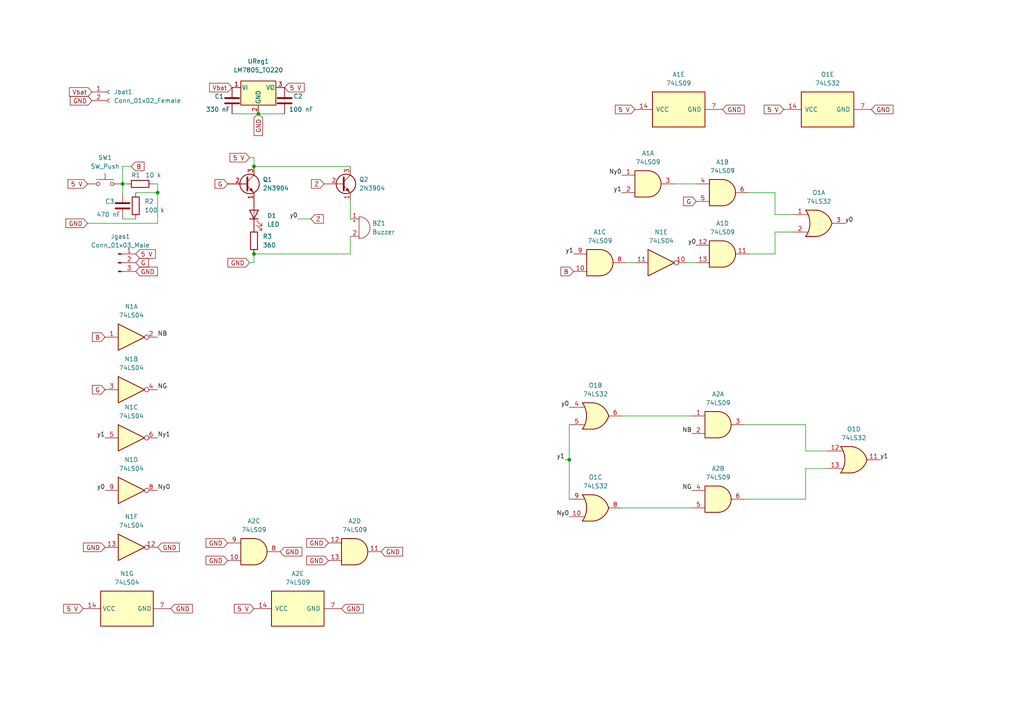
<source format=kicad_sch>
(kicad_sch (version 20211123) (generator eeschema)

  (uuid b85cb0df-f63e-4189-a4c8-6854b6cf7d73)

  (paper "A4")

  (title_block
    (title "Gas Detector Alarm")
    (date "2023-11-24")
    (rev "v2")
    (company "3DV")
  )

  (lib_symbols
    (symbol "74xx:74LS04" (in_bom yes) (on_board yes)
      (property "Reference" "U" (id 0) (at 0 1.27 0)
        (effects (font (size 1.27 1.27)))
      )
      (property "Value" "74LS04" (id 1) (at 0 -1.27 0)
        (effects (font (size 1.27 1.27)))
      )
      (property "Footprint" "" (id 2) (at 0 0 0)
        (effects (font (size 1.27 1.27)) hide)
      )
      (property "Datasheet" "http://www.ti.com/lit/gpn/sn74LS04" (id 3) (at 0 0 0)
        (effects (font (size 1.27 1.27)) hide)
      )
      (property "ki_locked" "" (id 4) (at 0 0 0)
        (effects (font (size 1.27 1.27)))
      )
      (property "ki_keywords" "TTL not inv" (id 5) (at 0 0 0)
        (effects (font (size 1.27 1.27)) hide)
      )
      (property "ki_description" "Hex Inverter" (id 6) (at 0 0 0)
        (effects (font (size 1.27 1.27)) hide)
      )
      (property "ki_fp_filters" "DIP*W7.62mm* SSOP?14* TSSOP?14*" (id 7) (at 0 0 0)
        (effects (font (size 1.27 1.27)) hide)
      )
      (symbol "74LS04_1_0"
        (polyline
          (pts
            (xy -3.81 3.81)
            (xy -3.81 -3.81)
            (xy 3.81 0)
            (xy -3.81 3.81)
          )
          (stroke (width 0.254) (type default) (color 0 0 0 0))
          (fill (type background))
        )
        (pin input line (at -7.62 0 0) (length 3.81)
          (name "~" (effects (font (size 1.27 1.27))))
          (number "1" (effects (font (size 1.27 1.27))))
        )
        (pin output inverted (at 7.62 0 180) (length 3.81)
          (name "~" (effects (font (size 1.27 1.27))))
          (number "2" (effects (font (size 1.27 1.27))))
        )
      )
      (symbol "74LS04_2_0"
        (polyline
          (pts
            (xy -3.81 3.81)
            (xy -3.81 -3.81)
            (xy 3.81 0)
            (xy -3.81 3.81)
          )
          (stroke (width 0.254) (type default) (color 0 0 0 0))
          (fill (type background))
        )
        (pin input line (at -7.62 0 0) (length 3.81)
          (name "~" (effects (font (size 1.27 1.27))))
          (number "3" (effects (font (size 1.27 1.27))))
        )
        (pin output inverted (at 7.62 0 180) (length 3.81)
          (name "~" (effects (font (size 1.27 1.27))))
          (number "4" (effects (font (size 1.27 1.27))))
        )
      )
      (symbol "74LS04_3_0"
        (polyline
          (pts
            (xy -3.81 3.81)
            (xy -3.81 -3.81)
            (xy 3.81 0)
            (xy -3.81 3.81)
          )
          (stroke (width 0.254) (type default) (color 0 0 0 0))
          (fill (type background))
        )
        (pin input line (at -7.62 0 0) (length 3.81)
          (name "~" (effects (font (size 1.27 1.27))))
          (number "5" (effects (font (size 1.27 1.27))))
        )
        (pin output inverted (at 7.62 0 180) (length 3.81)
          (name "~" (effects (font (size 1.27 1.27))))
          (number "6" (effects (font (size 1.27 1.27))))
        )
      )
      (symbol "74LS04_4_0"
        (polyline
          (pts
            (xy -3.81 3.81)
            (xy -3.81 -3.81)
            (xy 3.81 0)
            (xy -3.81 3.81)
          )
          (stroke (width 0.254) (type default) (color 0 0 0 0))
          (fill (type background))
        )
        (pin output inverted (at 7.62 0 180) (length 3.81)
          (name "~" (effects (font (size 1.27 1.27))))
          (number "8" (effects (font (size 1.27 1.27))))
        )
        (pin input line (at -7.62 0 0) (length 3.81)
          (name "~" (effects (font (size 1.27 1.27))))
          (number "9" (effects (font (size 1.27 1.27))))
        )
      )
      (symbol "74LS04_5_0"
        (polyline
          (pts
            (xy -3.81 3.81)
            (xy -3.81 -3.81)
            (xy 3.81 0)
            (xy -3.81 3.81)
          )
          (stroke (width 0.254) (type default) (color 0 0 0 0))
          (fill (type background))
        )
        (pin output inverted (at 7.62 0 180) (length 3.81)
          (name "~" (effects (font (size 1.27 1.27))))
          (number "10" (effects (font (size 1.27 1.27))))
        )
        (pin input line (at -7.62 0 0) (length 3.81)
          (name "~" (effects (font (size 1.27 1.27))))
          (number "11" (effects (font (size 1.27 1.27))))
        )
      )
      (symbol "74LS04_6_0"
        (polyline
          (pts
            (xy -3.81 3.81)
            (xy -3.81 -3.81)
            (xy 3.81 0)
            (xy -3.81 3.81)
          )
          (stroke (width 0.254) (type default) (color 0 0 0 0))
          (fill (type background))
        )
        (pin output inverted (at 7.62 0 180) (length 3.81)
          (name "~" (effects (font (size 1.27 1.27))))
          (number "12" (effects (font (size 1.27 1.27))))
        )
        (pin input line (at -7.62 0 0) (length 3.81)
          (name "~" (effects (font (size 1.27 1.27))))
          (number "13" (effects (font (size 1.27 1.27))))
        )
      )
      (symbol "74LS04_7_0"
        (pin power_in line (at 0 12.7 270) (length 5.08)
          (name "VCC" (effects (font (size 1.27 1.27))))
          (number "14" (effects (font (size 1.27 1.27))))
        )
        (pin power_in line (at 0 -12.7 90) (length 5.08)
          (name "GND" (effects (font (size 1.27 1.27))))
          (number "7" (effects (font (size 1.27 1.27))))
        )
      )
      (symbol "74LS04_7_1"
        (rectangle (start -5.08 7.62) (end 5.08 -7.62)
          (stroke (width 0.254) (type default) (color 0 0 0 0))
          (fill (type background))
        )
      )
    )
    (symbol "74xx:74LS09" (pin_names (offset 1.016)) (in_bom yes) (on_board yes)
      (property "Reference" "U" (id 0) (at 0 1.27 0)
        (effects (font (size 1.27 1.27)))
      )
      (property "Value" "74LS09" (id 1) (at 0 -1.27 0)
        (effects (font (size 1.27 1.27)))
      )
      (property "Footprint" "" (id 2) (at 0 0 0)
        (effects (font (size 1.27 1.27)) hide)
      )
      (property "Datasheet" "http://www.ti.com/lit/gpn/sn74LS09" (id 3) (at 0 0 0)
        (effects (font (size 1.27 1.27)) hide)
      )
      (property "ki_locked" "" (id 4) (at 0 0 0)
        (effects (font (size 1.27 1.27)))
      )
      (property "ki_keywords" "TTL and2 OpenCol" (id 5) (at 0 0 0)
        (effects (font (size 1.27 1.27)) hide)
      )
      (property "ki_description" "Quad 2-input AND Open Collect" (id 6) (at 0 0 0)
        (effects (font (size 1.27 1.27)) hide)
      )
      (property "ki_fp_filters" "DIP*W7.62mm*" (id 7) (at 0 0 0)
        (effects (font (size 1.27 1.27)) hide)
      )
      (symbol "74LS09_1_1"
        (arc (start 0 -3.81) (mid 3.81 0) (end 0 3.81)
          (stroke (width 0.254) (type default) (color 0 0 0 0))
          (fill (type background))
        )
        (polyline
          (pts
            (xy 0 3.81)
            (xy -3.81 3.81)
            (xy -3.81 -3.81)
            (xy 0 -3.81)
          )
          (stroke (width 0.254) (type default) (color 0 0 0 0))
          (fill (type background))
        )
        (pin input line (at -7.62 2.54 0) (length 3.81)
          (name "~" (effects (font (size 1.27 1.27))))
          (number "1" (effects (font (size 1.27 1.27))))
        )
        (pin input line (at -7.62 -2.54 0) (length 3.81)
          (name "~" (effects (font (size 1.27 1.27))))
          (number "2" (effects (font (size 1.27 1.27))))
        )
        (pin open_collector line (at 7.62 0 180) (length 3.81)
          (name "~" (effects (font (size 1.27 1.27))))
          (number "3" (effects (font (size 1.27 1.27))))
        )
      )
      (symbol "74LS09_1_2"
        (arc (start -3.81 -3.81) (mid -2.589 0) (end -3.81 3.81)
          (stroke (width 0.254) (type default) (color 0 0 0 0))
          (fill (type none))
        )
        (arc (start -0.6096 -3.81) (mid 2.1842 -2.5851) (end 3.81 0)
          (stroke (width 0.254) (type default) (color 0 0 0 0))
          (fill (type background))
        )
        (polyline
          (pts
            (xy -3.81 -3.81)
            (xy -0.635 -3.81)
          )
          (stroke (width 0.254) (type default) (color 0 0 0 0))
          (fill (type background))
        )
        (polyline
          (pts
            (xy -3.81 3.81)
            (xy -0.635 3.81)
          )
          (stroke (width 0.254) (type default) (color 0 0 0 0))
          (fill (type background))
        )
        (polyline
          (pts
            (xy -0.635 3.81)
            (xy -3.81 3.81)
            (xy -3.81 3.81)
            (xy -3.556 3.4036)
            (xy -3.0226 2.2606)
            (xy -2.6924 1.0414)
            (xy -2.6162 -0.254)
            (xy -2.7686 -1.4986)
            (xy -3.175 -2.7178)
            (xy -3.81 -3.81)
            (xy -3.81 -3.81)
            (xy -0.635 -3.81)
          )
          (stroke (width -25.4) (type default) (color 0 0 0 0))
          (fill (type background))
        )
        (arc (start 3.81 0) (mid 2.1915 2.5936) (end -0.6096 3.81)
          (stroke (width 0.254) (type default) (color 0 0 0 0))
          (fill (type background))
        )
        (pin input inverted (at -7.62 2.54 0) (length 4.318)
          (name "~" (effects (font (size 1.27 1.27))))
          (number "1" (effects (font (size 1.27 1.27))))
        )
        (pin input inverted (at -7.62 -2.54 0) (length 4.318)
          (name "~" (effects (font (size 1.27 1.27))))
          (number "2" (effects (font (size 1.27 1.27))))
        )
        (pin output inverted (at 7.62 0 180) (length 3.81)
          (name "~" (effects (font (size 1.27 1.27))))
          (number "3" (effects (font (size 1.27 1.27))))
        )
      )
      (symbol "74LS09_2_1"
        (arc (start 0 -3.81) (mid 3.81 0) (end 0 3.81)
          (stroke (width 0.254) (type default) (color 0 0 0 0))
          (fill (type background))
        )
        (polyline
          (pts
            (xy 0 3.81)
            (xy -3.81 3.81)
            (xy -3.81 -3.81)
            (xy 0 -3.81)
          )
          (stroke (width 0.254) (type default) (color 0 0 0 0))
          (fill (type background))
        )
        (pin input line (at -7.62 2.54 0) (length 3.81)
          (name "~" (effects (font (size 1.27 1.27))))
          (number "4" (effects (font (size 1.27 1.27))))
        )
        (pin input line (at -7.62 -2.54 0) (length 3.81)
          (name "~" (effects (font (size 1.27 1.27))))
          (number "5" (effects (font (size 1.27 1.27))))
        )
        (pin open_collector line (at 7.62 0 180) (length 3.81)
          (name "~" (effects (font (size 1.27 1.27))))
          (number "6" (effects (font (size 1.27 1.27))))
        )
      )
      (symbol "74LS09_2_2"
        (arc (start -3.81 -3.81) (mid -2.589 0) (end -3.81 3.81)
          (stroke (width 0.254) (type default) (color 0 0 0 0))
          (fill (type none))
        )
        (arc (start -0.6096 -3.81) (mid 2.1842 -2.5851) (end 3.81 0)
          (stroke (width 0.254) (type default) (color 0 0 0 0))
          (fill (type background))
        )
        (polyline
          (pts
            (xy -3.81 -3.81)
            (xy -0.635 -3.81)
          )
          (stroke (width 0.254) (type default) (color 0 0 0 0))
          (fill (type background))
        )
        (polyline
          (pts
            (xy -3.81 3.81)
            (xy -0.635 3.81)
          )
          (stroke (width 0.254) (type default) (color 0 0 0 0))
          (fill (type background))
        )
        (polyline
          (pts
            (xy -0.635 3.81)
            (xy -3.81 3.81)
            (xy -3.81 3.81)
            (xy -3.556 3.4036)
            (xy -3.0226 2.2606)
            (xy -2.6924 1.0414)
            (xy -2.6162 -0.254)
            (xy -2.7686 -1.4986)
            (xy -3.175 -2.7178)
            (xy -3.81 -3.81)
            (xy -3.81 -3.81)
            (xy -0.635 -3.81)
          )
          (stroke (width -25.4) (type default) (color 0 0 0 0))
          (fill (type background))
        )
        (arc (start 3.81 0) (mid 2.1915 2.5936) (end -0.6096 3.81)
          (stroke (width 0.254) (type default) (color 0 0 0 0))
          (fill (type background))
        )
        (pin input inverted (at -7.62 2.54 0) (length 4.318)
          (name "~" (effects (font (size 1.27 1.27))))
          (number "4" (effects (font (size 1.27 1.27))))
        )
        (pin input inverted (at -7.62 -2.54 0) (length 4.318)
          (name "~" (effects (font (size 1.27 1.27))))
          (number "5" (effects (font (size 1.27 1.27))))
        )
        (pin output inverted (at 7.62 0 180) (length 3.81)
          (name "~" (effects (font (size 1.27 1.27))))
          (number "6" (effects (font (size 1.27 1.27))))
        )
      )
      (symbol "74LS09_3_1"
        (arc (start 0 -3.81) (mid 3.81 0) (end 0 3.81)
          (stroke (width 0.254) (type default) (color 0 0 0 0))
          (fill (type background))
        )
        (polyline
          (pts
            (xy 0 3.81)
            (xy -3.81 3.81)
            (xy -3.81 -3.81)
            (xy 0 -3.81)
          )
          (stroke (width 0.254) (type default) (color 0 0 0 0))
          (fill (type background))
        )
        (pin input line (at -7.62 -2.54 0) (length 3.81)
          (name "~" (effects (font (size 1.27 1.27))))
          (number "10" (effects (font (size 1.27 1.27))))
        )
        (pin open_collector line (at 7.62 0 180) (length 3.81)
          (name "~" (effects (font (size 1.27 1.27))))
          (number "8" (effects (font (size 1.27 1.27))))
        )
        (pin input line (at -7.62 2.54 0) (length 3.81)
          (name "~" (effects (font (size 1.27 1.27))))
          (number "9" (effects (font (size 1.27 1.27))))
        )
      )
      (symbol "74LS09_3_2"
        (arc (start -3.81 -3.81) (mid -2.589 0) (end -3.81 3.81)
          (stroke (width 0.254) (type default) (color 0 0 0 0))
          (fill (type none))
        )
        (arc (start -0.6096 -3.81) (mid 2.1842 -2.5851) (end 3.81 0)
          (stroke (width 0.254) (type default) (color 0 0 0 0))
          (fill (type background))
        )
        (polyline
          (pts
            (xy -3.81 -3.81)
            (xy -0.635 -3.81)
          )
          (stroke (width 0.254) (type default) (color 0 0 0 0))
          (fill (type background))
        )
        (polyline
          (pts
            (xy -3.81 3.81)
            (xy -0.635 3.81)
          )
          (stroke (width 0.254) (type default) (color 0 0 0 0))
          (fill (type background))
        )
        (polyline
          (pts
            (xy -0.635 3.81)
            (xy -3.81 3.81)
            (xy -3.81 3.81)
            (xy -3.556 3.4036)
            (xy -3.0226 2.2606)
            (xy -2.6924 1.0414)
            (xy -2.6162 -0.254)
            (xy -2.7686 -1.4986)
            (xy -3.175 -2.7178)
            (xy -3.81 -3.81)
            (xy -3.81 -3.81)
            (xy -0.635 -3.81)
          )
          (stroke (width -25.4) (type default) (color 0 0 0 0))
          (fill (type background))
        )
        (arc (start 3.81 0) (mid 2.1915 2.5936) (end -0.6096 3.81)
          (stroke (width 0.254) (type default) (color 0 0 0 0))
          (fill (type background))
        )
        (pin input inverted (at -7.62 -2.54 0) (length 4.318)
          (name "~" (effects (font (size 1.27 1.27))))
          (number "10" (effects (font (size 1.27 1.27))))
        )
        (pin output inverted (at 7.62 0 180) (length 3.81)
          (name "~" (effects (font (size 1.27 1.27))))
          (number "8" (effects (font (size 1.27 1.27))))
        )
        (pin input inverted (at -7.62 2.54 0) (length 4.318)
          (name "~" (effects (font (size 1.27 1.27))))
          (number "9" (effects (font (size 1.27 1.27))))
        )
      )
      (symbol "74LS09_4_1"
        (arc (start 0 -3.81) (mid 3.81 0) (end 0 3.81)
          (stroke (width 0.254) (type default) (color 0 0 0 0))
          (fill (type background))
        )
        (polyline
          (pts
            (xy 0 3.81)
            (xy -3.81 3.81)
            (xy -3.81 -3.81)
            (xy 0 -3.81)
          )
          (stroke (width 0.254) (type default) (color 0 0 0 0))
          (fill (type background))
        )
        (pin open_collector line (at 7.62 0 180) (length 3.81)
          (name "~" (effects (font (size 1.27 1.27))))
          (number "11" (effects (font (size 1.27 1.27))))
        )
        (pin input line (at -7.62 2.54 0) (length 3.81)
          (name "~" (effects (font (size 1.27 1.27))))
          (number "12" (effects (font (size 1.27 1.27))))
        )
        (pin input line (at -7.62 -2.54 0) (length 3.81)
          (name "~" (effects (font (size 1.27 1.27))))
          (number "13" (effects (font (size 1.27 1.27))))
        )
      )
      (symbol "74LS09_4_2"
        (arc (start -3.81 -3.81) (mid -2.589 0) (end -3.81 3.81)
          (stroke (width 0.254) (type default) (color 0 0 0 0))
          (fill (type none))
        )
        (arc (start -0.6096 -3.81) (mid 2.1842 -2.5851) (end 3.81 0)
          (stroke (width 0.254) (type default) (color 0 0 0 0))
          (fill (type background))
        )
        (polyline
          (pts
            (xy -3.81 -3.81)
            (xy -0.635 -3.81)
          )
          (stroke (width 0.254) (type default) (color 0 0 0 0))
          (fill (type background))
        )
        (polyline
          (pts
            (xy -3.81 3.81)
            (xy -0.635 3.81)
          )
          (stroke (width 0.254) (type default) (color 0 0 0 0))
          (fill (type background))
        )
        (polyline
          (pts
            (xy -0.635 3.81)
            (xy -3.81 3.81)
            (xy -3.81 3.81)
            (xy -3.556 3.4036)
            (xy -3.0226 2.2606)
            (xy -2.6924 1.0414)
            (xy -2.6162 -0.254)
            (xy -2.7686 -1.4986)
            (xy -3.175 -2.7178)
            (xy -3.81 -3.81)
            (xy -3.81 -3.81)
            (xy -0.635 -3.81)
          )
          (stroke (width -25.4) (type default) (color 0 0 0 0))
          (fill (type background))
        )
        (arc (start 3.81 0) (mid 2.1915 2.5936) (end -0.6096 3.81)
          (stroke (width 0.254) (type default) (color 0 0 0 0))
          (fill (type background))
        )
        (pin output inverted (at 7.62 0 180) (length 3.81)
          (name "~" (effects (font (size 1.27 1.27))))
          (number "11" (effects (font (size 1.27 1.27))))
        )
        (pin input inverted (at -7.62 2.54 0) (length 4.318)
          (name "~" (effects (font (size 1.27 1.27))))
          (number "12" (effects (font (size 1.27 1.27))))
        )
        (pin input inverted (at -7.62 -2.54 0) (length 4.318)
          (name "~" (effects (font (size 1.27 1.27))))
          (number "13" (effects (font (size 1.27 1.27))))
        )
      )
      (symbol "74LS09_5_0"
        (pin power_in line (at 0 12.7 270) (length 5.08)
          (name "VCC" (effects (font (size 1.27 1.27))))
          (number "14" (effects (font (size 1.27 1.27))))
        )
        (pin power_in line (at 0 -12.7 90) (length 5.08)
          (name "GND" (effects (font (size 1.27 1.27))))
          (number "7" (effects (font (size 1.27 1.27))))
        )
      )
      (symbol "74LS09_5_1"
        (rectangle (start -5.08 7.62) (end 5.08 -7.62)
          (stroke (width 0.254) (type default) (color 0 0 0 0))
          (fill (type background))
        )
      )
    )
    (symbol "74xx:74LS32" (pin_names (offset 1.016)) (in_bom yes) (on_board yes)
      (property "Reference" "U" (id 0) (at 0 1.27 0)
        (effects (font (size 1.27 1.27)))
      )
      (property "Value" "74LS32" (id 1) (at 0 -1.27 0)
        (effects (font (size 1.27 1.27)))
      )
      (property "Footprint" "" (id 2) (at 0 0 0)
        (effects (font (size 1.27 1.27)) hide)
      )
      (property "Datasheet" "http://www.ti.com/lit/gpn/sn74LS32" (id 3) (at 0 0 0)
        (effects (font (size 1.27 1.27)) hide)
      )
      (property "ki_locked" "" (id 4) (at 0 0 0)
        (effects (font (size 1.27 1.27)))
      )
      (property "ki_keywords" "TTL Or2" (id 5) (at 0 0 0)
        (effects (font (size 1.27 1.27)) hide)
      )
      (property "ki_description" "Quad 2-input OR" (id 6) (at 0 0 0)
        (effects (font (size 1.27 1.27)) hide)
      )
      (property "ki_fp_filters" "DIP?14*" (id 7) (at 0 0 0)
        (effects (font (size 1.27 1.27)) hide)
      )
      (symbol "74LS32_1_1"
        (arc (start -3.81 -3.81) (mid -2.589 0) (end -3.81 3.81)
          (stroke (width 0.254) (type default) (color 0 0 0 0))
          (fill (type none))
        )
        (arc (start -0.6096 -3.81) (mid 2.1842 -2.5851) (end 3.81 0)
          (stroke (width 0.254) (type default) (color 0 0 0 0))
          (fill (type background))
        )
        (polyline
          (pts
            (xy -3.81 -3.81)
            (xy -0.635 -3.81)
          )
          (stroke (width 0.254) (type default) (color 0 0 0 0))
          (fill (type background))
        )
        (polyline
          (pts
            (xy -3.81 3.81)
            (xy -0.635 3.81)
          )
          (stroke (width 0.254) (type default) (color 0 0 0 0))
          (fill (type background))
        )
        (polyline
          (pts
            (xy -0.635 3.81)
            (xy -3.81 3.81)
            (xy -3.81 3.81)
            (xy -3.556 3.4036)
            (xy -3.0226 2.2606)
            (xy -2.6924 1.0414)
            (xy -2.6162 -0.254)
            (xy -2.7686 -1.4986)
            (xy -3.175 -2.7178)
            (xy -3.81 -3.81)
            (xy -3.81 -3.81)
            (xy -0.635 -3.81)
          )
          (stroke (width -25.4) (type default) (color 0 0 0 0))
          (fill (type background))
        )
        (arc (start 3.81 0) (mid 2.1915 2.5936) (end -0.6096 3.81)
          (stroke (width 0.254) (type default) (color 0 0 0 0))
          (fill (type background))
        )
        (pin input line (at -7.62 2.54 0) (length 4.318)
          (name "~" (effects (font (size 1.27 1.27))))
          (number "1" (effects (font (size 1.27 1.27))))
        )
        (pin input line (at -7.62 -2.54 0) (length 4.318)
          (name "~" (effects (font (size 1.27 1.27))))
          (number "2" (effects (font (size 1.27 1.27))))
        )
        (pin output line (at 7.62 0 180) (length 3.81)
          (name "~" (effects (font (size 1.27 1.27))))
          (number "3" (effects (font (size 1.27 1.27))))
        )
      )
      (symbol "74LS32_1_2"
        (arc (start 0 -3.81) (mid 3.81 0) (end 0 3.81)
          (stroke (width 0.254) (type default) (color 0 0 0 0))
          (fill (type background))
        )
        (polyline
          (pts
            (xy 0 3.81)
            (xy -3.81 3.81)
            (xy -3.81 -3.81)
            (xy 0 -3.81)
          )
          (stroke (width 0.254) (type default) (color 0 0 0 0))
          (fill (type background))
        )
        (pin input inverted (at -7.62 2.54 0) (length 3.81)
          (name "~" (effects (font (size 1.27 1.27))))
          (number "1" (effects (font (size 1.27 1.27))))
        )
        (pin input inverted (at -7.62 -2.54 0) (length 3.81)
          (name "~" (effects (font (size 1.27 1.27))))
          (number "2" (effects (font (size 1.27 1.27))))
        )
        (pin output inverted (at 7.62 0 180) (length 3.81)
          (name "~" (effects (font (size 1.27 1.27))))
          (number "3" (effects (font (size 1.27 1.27))))
        )
      )
      (symbol "74LS32_2_1"
        (arc (start -3.81 -3.81) (mid -2.589 0) (end -3.81 3.81)
          (stroke (width 0.254) (type default) (color 0 0 0 0))
          (fill (type none))
        )
        (arc (start -0.6096 -3.81) (mid 2.1842 -2.5851) (end 3.81 0)
          (stroke (width 0.254) (type default) (color 0 0 0 0))
          (fill (type background))
        )
        (polyline
          (pts
            (xy -3.81 -3.81)
            (xy -0.635 -3.81)
          )
          (stroke (width 0.254) (type default) (color 0 0 0 0))
          (fill (type background))
        )
        (polyline
          (pts
            (xy -3.81 3.81)
            (xy -0.635 3.81)
          )
          (stroke (width 0.254) (type default) (color 0 0 0 0))
          (fill (type background))
        )
        (polyline
          (pts
            (xy -0.635 3.81)
            (xy -3.81 3.81)
            (xy -3.81 3.81)
            (xy -3.556 3.4036)
            (xy -3.0226 2.2606)
            (xy -2.6924 1.0414)
            (xy -2.6162 -0.254)
            (xy -2.7686 -1.4986)
            (xy -3.175 -2.7178)
            (xy -3.81 -3.81)
            (xy -3.81 -3.81)
            (xy -0.635 -3.81)
          )
          (stroke (width -25.4) (type default) (color 0 0 0 0))
          (fill (type background))
        )
        (arc (start 3.81 0) (mid 2.1915 2.5936) (end -0.6096 3.81)
          (stroke (width 0.254) (type default) (color 0 0 0 0))
          (fill (type background))
        )
        (pin input line (at -7.62 2.54 0) (length 4.318)
          (name "~" (effects (font (size 1.27 1.27))))
          (number "4" (effects (font (size 1.27 1.27))))
        )
        (pin input line (at -7.62 -2.54 0) (length 4.318)
          (name "~" (effects (font (size 1.27 1.27))))
          (number "5" (effects (font (size 1.27 1.27))))
        )
        (pin output line (at 7.62 0 180) (length 3.81)
          (name "~" (effects (font (size 1.27 1.27))))
          (number "6" (effects (font (size 1.27 1.27))))
        )
      )
      (symbol "74LS32_2_2"
        (arc (start 0 -3.81) (mid 3.81 0) (end 0 3.81)
          (stroke (width 0.254) (type default) (color 0 0 0 0))
          (fill (type background))
        )
        (polyline
          (pts
            (xy 0 3.81)
            (xy -3.81 3.81)
            (xy -3.81 -3.81)
            (xy 0 -3.81)
          )
          (stroke (width 0.254) (type default) (color 0 0 0 0))
          (fill (type background))
        )
        (pin input inverted (at -7.62 2.54 0) (length 3.81)
          (name "~" (effects (font (size 1.27 1.27))))
          (number "4" (effects (font (size 1.27 1.27))))
        )
        (pin input inverted (at -7.62 -2.54 0) (length 3.81)
          (name "~" (effects (font (size 1.27 1.27))))
          (number "5" (effects (font (size 1.27 1.27))))
        )
        (pin output inverted (at 7.62 0 180) (length 3.81)
          (name "~" (effects (font (size 1.27 1.27))))
          (number "6" (effects (font (size 1.27 1.27))))
        )
      )
      (symbol "74LS32_3_1"
        (arc (start -3.81 -3.81) (mid -2.589 0) (end -3.81 3.81)
          (stroke (width 0.254) (type default) (color 0 0 0 0))
          (fill (type none))
        )
        (arc (start -0.6096 -3.81) (mid 2.1842 -2.5851) (end 3.81 0)
          (stroke (width 0.254) (type default) (color 0 0 0 0))
          (fill (type background))
        )
        (polyline
          (pts
            (xy -3.81 -3.81)
            (xy -0.635 -3.81)
          )
          (stroke (width 0.254) (type default) (color 0 0 0 0))
          (fill (type background))
        )
        (polyline
          (pts
            (xy -3.81 3.81)
            (xy -0.635 3.81)
          )
          (stroke (width 0.254) (type default) (color 0 0 0 0))
          (fill (type background))
        )
        (polyline
          (pts
            (xy -0.635 3.81)
            (xy -3.81 3.81)
            (xy -3.81 3.81)
            (xy -3.556 3.4036)
            (xy -3.0226 2.2606)
            (xy -2.6924 1.0414)
            (xy -2.6162 -0.254)
            (xy -2.7686 -1.4986)
            (xy -3.175 -2.7178)
            (xy -3.81 -3.81)
            (xy -3.81 -3.81)
            (xy -0.635 -3.81)
          )
          (stroke (width -25.4) (type default) (color 0 0 0 0))
          (fill (type background))
        )
        (arc (start 3.81 0) (mid 2.1915 2.5936) (end -0.6096 3.81)
          (stroke (width 0.254) (type default) (color 0 0 0 0))
          (fill (type background))
        )
        (pin input line (at -7.62 -2.54 0) (length 4.318)
          (name "~" (effects (font (size 1.27 1.27))))
          (number "10" (effects (font (size 1.27 1.27))))
        )
        (pin output line (at 7.62 0 180) (length 3.81)
          (name "~" (effects (font (size 1.27 1.27))))
          (number "8" (effects (font (size 1.27 1.27))))
        )
        (pin input line (at -7.62 2.54 0) (length 4.318)
          (name "~" (effects (font (size 1.27 1.27))))
          (number "9" (effects (font (size 1.27 1.27))))
        )
      )
      (symbol "74LS32_3_2"
        (arc (start 0 -3.81) (mid 3.81 0) (end 0 3.81)
          (stroke (width 0.254) (type default) (color 0 0 0 0))
          (fill (type background))
        )
        (polyline
          (pts
            (xy 0 3.81)
            (xy -3.81 3.81)
            (xy -3.81 -3.81)
            (xy 0 -3.81)
          )
          (stroke (width 0.254) (type default) (color 0 0 0 0))
          (fill (type background))
        )
        (pin input inverted (at -7.62 -2.54 0) (length 3.81)
          (name "~" (effects (font (size 1.27 1.27))))
          (number "10" (effects (font (size 1.27 1.27))))
        )
        (pin output inverted (at 7.62 0 180) (length 3.81)
          (name "~" (effects (font (size 1.27 1.27))))
          (number "8" (effects (font (size 1.27 1.27))))
        )
        (pin input inverted (at -7.62 2.54 0) (length 3.81)
          (name "~" (effects (font (size 1.27 1.27))))
          (number "9" (effects (font (size 1.27 1.27))))
        )
      )
      (symbol "74LS32_4_1"
        (arc (start -3.81 -3.81) (mid -2.589 0) (end -3.81 3.81)
          (stroke (width 0.254) (type default) (color 0 0 0 0))
          (fill (type none))
        )
        (arc (start -0.6096 -3.81) (mid 2.1842 -2.5851) (end 3.81 0)
          (stroke (width 0.254) (type default) (color 0 0 0 0))
          (fill (type background))
        )
        (polyline
          (pts
            (xy -3.81 -3.81)
            (xy -0.635 -3.81)
          )
          (stroke (width 0.254) (type default) (color 0 0 0 0))
          (fill (type background))
        )
        (polyline
          (pts
            (xy -3.81 3.81)
            (xy -0.635 3.81)
          )
          (stroke (width 0.254) (type default) (color 0 0 0 0))
          (fill (type background))
        )
        (polyline
          (pts
            (xy -0.635 3.81)
            (xy -3.81 3.81)
            (xy -3.81 3.81)
            (xy -3.556 3.4036)
            (xy -3.0226 2.2606)
            (xy -2.6924 1.0414)
            (xy -2.6162 -0.254)
            (xy -2.7686 -1.4986)
            (xy -3.175 -2.7178)
            (xy -3.81 -3.81)
            (xy -3.81 -3.81)
            (xy -0.635 -3.81)
          )
          (stroke (width -25.4) (type default) (color 0 0 0 0))
          (fill (type background))
        )
        (arc (start 3.81 0) (mid 2.1915 2.5936) (end -0.6096 3.81)
          (stroke (width 0.254) (type default) (color 0 0 0 0))
          (fill (type background))
        )
        (pin output line (at 7.62 0 180) (length 3.81)
          (name "~" (effects (font (size 1.27 1.27))))
          (number "11" (effects (font (size 1.27 1.27))))
        )
        (pin input line (at -7.62 2.54 0) (length 4.318)
          (name "~" (effects (font (size 1.27 1.27))))
          (number "12" (effects (font (size 1.27 1.27))))
        )
        (pin input line (at -7.62 -2.54 0) (length 4.318)
          (name "~" (effects (font (size 1.27 1.27))))
          (number "13" (effects (font (size 1.27 1.27))))
        )
      )
      (symbol "74LS32_4_2"
        (arc (start 0 -3.81) (mid 3.81 0) (end 0 3.81)
          (stroke (width 0.254) (type default) (color 0 0 0 0))
          (fill (type background))
        )
        (polyline
          (pts
            (xy 0 3.81)
            (xy -3.81 3.81)
            (xy -3.81 -3.81)
            (xy 0 -3.81)
          )
          (stroke (width 0.254) (type default) (color 0 0 0 0))
          (fill (type background))
        )
        (pin output inverted (at 7.62 0 180) (length 3.81)
          (name "~" (effects (font (size 1.27 1.27))))
          (number "11" (effects (font (size 1.27 1.27))))
        )
        (pin input inverted (at -7.62 2.54 0) (length 3.81)
          (name "~" (effects (font (size 1.27 1.27))))
          (number "12" (effects (font (size 1.27 1.27))))
        )
        (pin input inverted (at -7.62 -2.54 0) (length 3.81)
          (name "~" (effects (font (size 1.27 1.27))))
          (number "13" (effects (font (size 1.27 1.27))))
        )
      )
      (symbol "74LS32_5_0"
        (pin power_in line (at 0 12.7 270) (length 5.08)
          (name "VCC" (effects (font (size 1.27 1.27))))
          (number "14" (effects (font (size 1.27 1.27))))
        )
        (pin power_in line (at 0 -12.7 90) (length 5.08)
          (name "GND" (effects (font (size 1.27 1.27))))
          (number "7" (effects (font (size 1.27 1.27))))
        )
      )
      (symbol "74LS32_5_1"
        (rectangle (start -5.08 7.62) (end 5.08 -7.62)
          (stroke (width 0.254) (type default) (color 0 0 0 0))
          (fill (type background))
        )
      )
    )
    (symbol "Connector:Conn_01x02_Female" (pin_names (offset 1.016) hide) (in_bom yes) (on_board yes)
      (property "Reference" "J" (id 0) (at 0 2.54 0)
        (effects (font (size 1.27 1.27)))
      )
      (property "Value" "Conn_01x02_Female" (id 1) (at 0 -5.08 0)
        (effects (font (size 1.27 1.27)))
      )
      (property "Footprint" "" (id 2) (at 0 0 0)
        (effects (font (size 1.27 1.27)) hide)
      )
      (property "Datasheet" "~" (id 3) (at 0 0 0)
        (effects (font (size 1.27 1.27)) hide)
      )
      (property "ki_keywords" "connector" (id 4) (at 0 0 0)
        (effects (font (size 1.27 1.27)) hide)
      )
      (property "ki_description" "Generic connector, single row, 01x02, script generated (kicad-library-utils/schlib/autogen/connector/)" (id 5) (at 0 0 0)
        (effects (font (size 1.27 1.27)) hide)
      )
      (property "ki_fp_filters" "Connector*:*_1x??_*" (id 6) (at 0 0 0)
        (effects (font (size 1.27 1.27)) hide)
      )
      (symbol "Conn_01x02_Female_1_1"
        (arc (start 0 -2.032) (mid -0.508 -2.54) (end 0 -3.048)
          (stroke (width 0.1524) (type default) (color 0 0 0 0))
          (fill (type none))
        )
        (polyline
          (pts
            (xy -1.27 -2.54)
            (xy -0.508 -2.54)
          )
          (stroke (width 0.1524) (type default) (color 0 0 0 0))
          (fill (type none))
        )
        (polyline
          (pts
            (xy -1.27 0)
            (xy -0.508 0)
          )
          (stroke (width 0.1524) (type default) (color 0 0 0 0))
          (fill (type none))
        )
        (arc (start 0 0.508) (mid -0.508 0) (end 0 -0.508)
          (stroke (width 0.1524) (type default) (color 0 0 0 0))
          (fill (type none))
        )
        (pin passive line (at -5.08 0 0) (length 3.81)
          (name "Pin_1" (effects (font (size 1.27 1.27))))
          (number "1" (effects (font (size 1.27 1.27))))
        )
        (pin passive line (at -5.08 -2.54 0) (length 3.81)
          (name "Pin_2" (effects (font (size 1.27 1.27))))
          (number "2" (effects (font (size 1.27 1.27))))
        )
      )
    )
    (symbol "Connector:Conn_01x03_Male" (pin_names (offset 1.016) hide) (in_bom yes) (on_board yes)
      (property "Reference" "J" (id 0) (at 0 5.08 0)
        (effects (font (size 1.27 1.27)))
      )
      (property "Value" "Conn_01x03_Male" (id 1) (at 0 -5.08 0)
        (effects (font (size 1.27 1.27)))
      )
      (property "Footprint" "" (id 2) (at 0 0 0)
        (effects (font (size 1.27 1.27)) hide)
      )
      (property "Datasheet" "~" (id 3) (at 0 0 0)
        (effects (font (size 1.27 1.27)) hide)
      )
      (property "ki_keywords" "connector" (id 4) (at 0 0 0)
        (effects (font (size 1.27 1.27)) hide)
      )
      (property "ki_description" "Generic connector, single row, 01x03, script generated (kicad-library-utils/schlib/autogen/connector/)" (id 5) (at 0 0 0)
        (effects (font (size 1.27 1.27)) hide)
      )
      (property "ki_fp_filters" "Connector*:*_1x??_*" (id 6) (at 0 0 0)
        (effects (font (size 1.27 1.27)) hide)
      )
      (symbol "Conn_01x03_Male_1_1"
        (polyline
          (pts
            (xy 1.27 -2.54)
            (xy 0.8636 -2.54)
          )
          (stroke (width 0.1524) (type default) (color 0 0 0 0))
          (fill (type none))
        )
        (polyline
          (pts
            (xy 1.27 0)
            (xy 0.8636 0)
          )
          (stroke (width 0.1524) (type default) (color 0 0 0 0))
          (fill (type none))
        )
        (polyline
          (pts
            (xy 1.27 2.54)
            (xy 0.8636 2.54)
          )
          (stroke (width 0.1524) (type default) (color 0 0 0 0))
          (fill (type none))
        )
        (rectangle (start 0.8636 -2.413) (end 0 -2.667)
          (stroke (width 0.1524) (type default) (color 0 0 0 0))
          (fill (type outline))
        )
        (rectangle (start 0.8636 0.127) (end 0 -0.127)
          (stroke (width 0.1524) (type default) (color 0 0 0 0))
          (fill (type outline))
        )
        (rectangle (start 0.8636 2.667) (end 0 2.413)
          (stroke (width 0.1524) (type default) (color 0 0 0 0))
          (fill (type outline))
        )
        (pin passive line (at 5.08 2.54 180) (length 3.81)
          (name "Pin_1" (effects (font (size 1.27 1.27))))
          (number "1" (effects (font (size 1.27 1.27))))
        )
        (pin passive line (at 5.08 0 180) (length 3.81)
          (name "Pin_2" (effects (font (size 1.27 1.27))))
          (number "2" (effects (font (size 1.27 1.27))))
        )
        (pin passive line (at 5.08 -2.54 180) (length 3.81)
          (name "Pin_3" (effects (font (size 1.27 1.27))))
          (number "3" (effects (font (size 1.27 1.27))))
        )
      )
    )
    (symbol "Device:Buzzer" (pin_names (offset 0.0254) hide) (in_bom yes) (on_board yes)
      (property "Reference" "BZ" (id 0) (at 3.81 1.27 0)
        (effects (font (size 1.27 1.27)) (justify left))
      )
      (property "Value" "Buzzer" (id 1) (at 3.81 -1.27 0)
        (effects (font (size 1.27 1.27)) (justify left))
      )
      (property "Footprint" "" (id 2) (at -0.635 2.54 90)
        (effects (font (size 1.27 1.27)) hide)
      )
      (property "Datasheet" "~" (id 3) (at -0.635 2.54 90)
        (effects (font (size 1.27 1.27)) hide)
      )
      (property "ki_keywords" "quartz resonator ceramic" (id 4) (at 0 0 0)
        (effects (font (size 1.27 1.27)) hide)
      )
      (property "ki_description" "Buzzer, polarized" (id 5) (at 0 0 0)
        (effects (font (size 1.27 1.27)) hide)
      )
      (property "ki_fp_filters" "*Buzzer*" (id 6) (at 0 0 0)
        (effects (font (size 1.27 1.27)) hide)
      )
      (symbol "Buzzer_0_1"
        (arc (start 0 -3.175) (mid 3.175 0) (end 0 3.175)
          (stroke (width 0) (type default) (color 0 0 0 0))
          (fill (type none))
        )
        (polyline
          (pts
            (xy -1.651 1.905)
            (xy -1.143 1.905)
          )
          (stroke (width 0) (type default) (color 0 0 0 0))
          (fill (type none))
        )
        (polyline
          (pts
            (xy -1.397 2.159)
            (xy -1.397 1.651)
          )
          (stroke (width 0) (type default) (color 0 0 0 0))
          (fill (type none))
        )
        (polyline
          (pts
            (xy 0 3.175)
            (xy 0 -3.175)
          )
          (stroke (width 0) (type default) (color 0 0 0 0))
          (fill (type none))
        )
      )
      (symbol "Buzzer_1_1"
        (pin passive line (at -2.54 2.54 0) (length 2.54)
          (name "-" (effects (font (size 1.27 1.27))))
          (number "1" (effects (font (size 1.27 1.27))))
        )
        (pin passive line (at -2.54 -2.54 0) (length 2.54)
          (name "+" (effects (font (size 1.27 1.27))))
          (number "2" (effects (font (size 1.27 1.27))))
        )
      )
    )
    (symbol "Device:C" (pin_numbers hide) (pin_names (offset 0.254)) (in_bom yes) (on_board yes)
      (property "Reference" "C" (id 0) (at 0.635 2.54 0)
        (effects (font (size 1.27 1.27)) (justify left))
      )
      (property "Value" "C" (id 1) (at 0.635 -2.54 0)
        (effects (font (size 1.27 1.27)) (justify left))
      )
      (property "Footprint" "" (id 2) (at 0.9652 -3.81 0)
        (effects (font (size 1.27 1.27)) hide)
      )
      (property "Datasheet" "~" (id 3) (at 0 0 0)
        (effects (font (size 1.27 1.27)) hide)
      )
      (property "ki_keywords" "cap capacitor" (id 4) (at 0 0 0)
        (effects (font (size 1.27 1.27)) hide)
      )
      (property "ki_description" "Unpolarized capacitor" (id 5) (at 0 0 0)
        (effects (font (size 1.27 1.27)) hide)
      )
      (property "ki_fp_filters" "C_*" (id 6) (at 0 0 0)
        (effects (font (size 1.27 1.27)) hide)
      )
      (symbol "C_0_1"
        (polyline
          (pts
            (xy -2.032 -0.762)
            (xy 2.032 -0.762)
          )
          (stroke (width 0.508) (type default) (color 0 0 0 0))
          (fill (type none))
        )
        (polyline
          (pts
            (xy -2.032 0.762)
            (xy 2.032 0.762)
          )
          (stroke (width 0.508) (type default) (color 0 0 0 0))
          (fill (type none))
        )
      )
      (symbol "C_1_1"
        (pin passive line (at 0 3.81 270) (length 2.794)
          (name "~" (effects (font (size 1.27 1.27))))
          (number "1" (effects (font (size 1.27 1.27))))
        )
        (pin passive line (at 0 -3.81 90) (length 2.794)
          (name "~" (effects (font (size 1.27 1.27))))
          (number "2" (effects (font (size 1.27 1.27))))
        )
      )
    )
    (symbol "Device:LED" (pin_numbers hide) (pin_names (offset 1.016) hide) (in_bom yes) (on_board yes)
      (property "Reference" "D" (id 0) (at 0 2.54 0)
        (effects (font (size 1.27 1.27)))
      )
      (property "Value" "LED" (id 1) (at 0 -2.54 0)
        (effects (font (size 1.27 1.27)))
      )
      (property "Footprint" "" (id 2) (at 0 0 0)
        (effects (font (size 1.27 1.27)) hide)
      )
      (property "Datasheet" "~" (id 3) (at 0 0 0)
        (effects (font (size 1.27 1.27)) hide)
      )
      (property "ki_keywords" "LED diode" (id 4) (at 0 0 0)
        (effects (font (size 1.27 1.27)) hide)
      )
      (property "ki_description" "Light emitting diode" (id 5) (at 0 0 0)
        (effects (font (size 1.27 1.27)) hide)
      )
      (property "ki_fp_filters" "LED* LED_SMD:* LED_THT:*" (id 6) (at 0 0 0)
        (effects (font (size 1.27 1.27)) hide)
      )
      (symbol "LED_0_1"
        (polyline
          (pts
            (xy -1.27 -1.27)
            (xy -1.27 1.27)
          )
          (stroke (width 0.254) (type default) (color 0 0 0 0))
          (fill (type none))
        )
        (polyline
          (pts
            (xy -1.27 0)
            (xy 1.27 0)
          )
          (stroke (width 0) (type default) (color 0 0 0 0))
          (fill (type none))
        )
        (polyline
          (pts
            (xy 1.27 -1.27)
            (xy 1.27 1.27)
            (xy -1.27 0)
            (xy 1.27 -1.27)
          )
          (stroke (width 0.254) (type default) (color 0 0 0 0))
          (fill (type none))
        )
        (polyline
          (pts
            (xy -3.048 -0.762)
            (xy -4.572 -2.286)
            (xy -3.81 -2.286)
            (xy -4.572 -2.286)
            (xy -4.572 -1.524)
          )
          (stroke (width 0) (type default) (color 0 0 0 0))
          (fill (type none))
        )
        (polyline
          (pts
            (xy -1.778 -0.762)
            (xy -3.302 -2.286)
            (xy -2.54 -2.286)
            (xy -3.302 -2.286)
            (xy -3.302 -1.524)
          )
          (stroke (width 0) (type default) (color 0 0 0 0))
          (fill (type none))
        )
      )
      (symbol "LED_1_1"
        (pin passive line (at -3.81 0 0) (length 2.54)
          (name "K" (effects (font (size 1.27 1.27))))
          (number "1" (effects (font (size 1.27 1.27))))
        )
        (pin passive line (at 3.81 0 180) (length 2.54)
          (name "A" (effects (font (size 1.27 1.27))))
          (number "2" (effects (font (size 1.27 1.27))))
        )
      )
    )
    (symbol "Device:R" (pin_numbers hide) (pin_names (offset 0)) (in_bom yes) (on_board yes)
      (property "Reference" "R" (id 0) (at 2.032 0 90)
        (effects (font (size 1.27 1.27)))
      )
      (property "Value" "R" (id 1) (at 0 0 90)
        (effects (font (size 1.27 1.27)))
      )
      (property "Footprint" "" (id 2) (at -1.778 0 90)
        (effects (font (size 1.27 1.27)) hide)
      )
      (property "Datasheet" "~" (id 3) (at 0 0 0)
        (effects (font (size 1.27 1.27)) hide)
      )
      (property "ki_keywords" "R res resistor" (id 4) (at 0 0 0)
        (effects (font (size 1.27 1.27)) hide)
      )
      (property "ki_description" "Resistor" (id 5) (at 0 0 0)
        (effects (font (size 1.27 1.27)) hide)
      )
      (property "ki_fp_filters" "R_*" (id 6) (at 0 0 0)
        (effects (font (size 1.27 1.27)) hide)
      )
      (symbol "R_0_1"
        (rectangle (start -1.016 -2.54) (end 1.016 2.54)
          (stroke (width 0.254) (type default) (color 0 0 0 0))
          (fill (type none))
        )
      )
      (symbol "R_1_1"
        (pin passive line (at 0 3.81 270) (length 1.27)
          (name "~" (effects (font (size 1.27 1.27))))
          (number "1" (effects (font (size 1.27 1.27))))
        )
        (pin passive line (at 0 -3.81 90) (length 1.27)
          (name "~" (effects (font (size 1.27 1.27))))
          (number "2" (effects (font (size 1.27 1.27))))
        )
      )
    )
    (symbol "Regulator_Linear:LM7805_TO220" (pin_names (offset 0.254)) (in_bom yes) (on_board yes)
      (property "Reference" "U" (id 0) (at -3.81 3.175 0)
        (effects (font (size 1.27 1.27)))
      )
      (property "Value" "LM7805_TO220" (id 1) (at 0 3.175 0)
        (effects (font (size 1.27 1.27)) (justify left))
      )
      (property "Footprint" "Package_TO_SOT_THT:TO-220-3_Vertical" (id 2) (at 0 5.715 0)
        (effects (font (size 1.27 1.27) italic) hide)
      )
      (property "Datasheet" "https://www.onsemi.cn/PowerSolutions/document/MC7800-D.PDF" (id 3) (at 0 -1.27 0)
        (effects (font (size 1.27 1.27)) hide)
      )
      (property "ki_keywords" "Voltage Regulator 1A Positive" (id 4) (at 0 0 0)
        (effects (font (size 1.27 1.27)) hide)
      )
      (property "ki_description" "Positive 1A 35V Linear Regulator, Fixed Output 5V, TO-220" (id 5) (at 0 0 0)
        (effects (font (size 1.27 1.27)) hide)
      )
      (property "ki_fp_filters" "TO?220*" (id 6) (at 0 0 0)
        (effects (font (size 1.27 1.27)) hide)
      )
      (symbol "LM7805_TO220_0_1"
        (rectangle (start -5.08 1.905) (end 5.08 -5.08)
          (stroke (width 0.254) (type default) (color 0 0 0 0))
          (fill (type background))
        )
      )
      (symbol "LM7805_TO220_1_1"
        (pin power_in line (at -7.62 0 0) (length 2.54)
          (name "VI" (effects (font (size 1.27 1.27))))
          (number "1" (effects (font (size 1.27 1.27))))
        )
        (pin power_in line (at 0 -7.62 90) (length 2.54)
          (name "GND" (effects (font (size 1.27 1.27))))
          (number "2" (effects (font (size 1.27 1.27))))
        )
        (pin power_out line (at 7.62 0 180) (length 2.54)
          (name "VO" (effects (font (size 1.27 1.27))))
          (number "3" (effects (font (size 1.27 1.27))))
        )
      )
    )
    (symbol "Switch:SW_Push" (pin_numbers hide) (pin_names (offset 1.016) hide) (in_bom yes) (on_board yes)
      (property "Reference" "SW" (id 0) (at 1.27 2.54 0)
        (effects (font (size 1.27 1.27)) (justify left))
      )
      (property "Value" "SW_Push" (id 1) (at 0 -1.524 0)
        (effects (font (size 1.27 1.27)))
      )
      (property "Footprint" "" (id 2) (at 0 5.08 0)
        (effects (font (size 1.27 1.27)) hide)
      )
      (property "Datasheet" "~" (id 3) (at 0 5.08 0)
        (effects (font (size 1.27 1.27)) hide)
      )
      (property "ki_keywords" "switch normally-open pushbutton push-button" (id 4) (at 0 0 0)
        (effects (font (size 1.27 1.27)) hide)
      )
      (property "ki_description" "Push button switch, generic, two pins" (id 5) (at 0 0 0)
        (effects (font (size 1.27 1.27)) hide)
      )
      (symbol "SW_Push_0_1"
        (circle (center -2.032 0) (radius 0.508)
          (stroke (width 0) (type default) (color 0 0 0 0))
          (fill (type none))
        )
        (polyline
          (pts
            (xy 0 1.27)
            (xy 0 3.048)
          )
          (stroke (width 0) (type default) (color 0 0 0 0))
          (fill (type none))
        )
        (polyline
          (pts
            (xy 2.54 1.27)
            (xy -2.54 1.27)
          )
          (stroke (width 0) (type default) (color 0 0 0 0))
          (fill (type none))
        )
        (circle (center 2.032 0) (radius 0.508)
          (stroke (width 0) (type default) (color 0 0 0 0))
          (fill (type none))
        )
        (pin passive line (at -5.08 0 0) (length 2.54)
          (name "1" (effects (font (size 1.27 1.27))))
          (number "1" (effects (font (size 1.27 1.27))))
        )
        (pin passive line (at 5.08 0 180) (length 2.54)
          (name "2" (effects (font (size 1.27 1.27))))
          (number "2" (effects (font (size 1.27 1.27))))
        )
      )
    )
    (symbol "Transistor_BJT:2N3904" (pin_names (offset 0) hide) (in_bom yes) (on_board yes)
      (property "Reference" "Q" (id 0) (at 5.08 1.905 0)
        (effects (font (size 1.27 1.27)) (justify left))
      )
      (property "Value" "2N3904" (id 1) (at 5.08 0 0)
        (effects (font (size 1.27 1.27)) (justify left))
      )
      (property "Footprint" "Package_TO_SOT_THT:TO-92_Inline" (id 2) (at 5.08 -1.905 0)
        (effects (font (size 1.27 1.27) italic) (justify left) hide)
      )
      (property "Datasheet" "https://www.onsemi.com/pub/Collateral/2N3903-D.PDF" (id 3) (at 0 0 0)
        (effects (font (size 1.27 1.27)) (justify left) hide)
      )
      (property "ki_keywords" "NPN Transistor" (id 4) (at 0 0 0)
        (effects (font (size 1.27 1.27)) hide)
      )
      (property "ki_description" "0.2A Ic, 40V Vce, Small Signal NPN Transistor, TO-92" (id 5) (at 0 0 0)
        (effects (font (size 1.27 1.27)) hide)
      )
      (property "ki_fp_filters" "TO?92*" (id 6) (at 0 0 0)
        (effects (font (size 1.27 1.27)) hide)
      )
      (symbol "2N3904_0_1"
        (polyline
          (pts
            (xy 0.635 0.635)
            (xy 2.54 2.54)
          )
          (stroke (width 0) (type default) (color 0 0 0 0))
          (fill (type none))
        )
        (polyline
          (pts
            (xy 0.635 -0.635)
            (xy 2.54 -2.54)
            (xy 2.54 -2.54)
          )
          (stroke (width 0) (type default) (color 0 0 0 0))
          (fill (type none))
        )
        (polyline
          (pts
            (xy 0.635 1.905)
            (xy 0.635 -1.905)
            (xy 0.635 -1.905)
          )
          (stroke (width 0.508) (type default) (color 0 0 0 0))
          (fill (type none))
        )
        (polyline
          (pts
            (xy 1.27 -1.778)
            (xy 1.778 -1.27)
            (xy 2.286 -2.286)
            (xy 1.27 -1.778)
            (xy 1.27 -1.778)
          )
          (stroke (width 0) (type default) (color 0 0 0 0))
          (fill (type outline))
        )
        (circle (center 1.27 0) (radius 2.8194)
          (stroke (width 0.254) (type default) (color 0 0 0 0))
          (fill (type none))
        )
      )
      (symbol "2N3904_1_1"
        (pin passive line (at 2.54 -5.08 90) (length 2.54)
          (name "E" (effects (font (size 1.27 1.27))))
          (number "1" (effects (font (size 1.27 1.27))))
        )
        (pin passive line (at -5.08 0 0) (length 5.715)
          (name "B" (effects (font (size 1.27 1.27))))
          (number "2" (effects (font (size 1.27 1.27))))
        )
        (pin passive line (at 2.54 5.08 270) (length 2.54)
          (name "C" (effects (font (size 1.27 1.27))))
          (number "3" (effects (font (size 1.27 1.27))))
        )
      )
    )
  )

  (junction (at 165.1 133.35) (diameter 0) (color 0 0 0 0)
    (uuid 26e28103-bae0-4d41-84f5-e8c4342a4c89)
  )
  (junction (at 45.72 55.88) (diameter 0) (color 0 0 0 0)
    (uuid 3fb08178-f42c-4168-9245-1f8874c01247)
  )
  (junction (at 74.93 33.02) (diameter 0) (color 0 0 0 0)
    (uuid 78e0e5dd-11dc-4463-b6d5-8918c3d6ef91)
  )
  (junction (at 35.56 53.34) (diameter 0) (color 0 0 0 0)
    (uuid 9cefb3a4-011c-4a35-94ae-7b82307e8947)
  )
  (junction (at 73.66 48.26) (diameter 0) (color 0 0 0 0)
    (uuid e65655d8-cc66-4949-97bb-83406407ab72)
  )
  (junction (at 73.66 73.66) (diameter 0) (color 0 0 0 0)
    (uuid f1e7de3b-08cb-4510-b6e0-4b9f656dec24)
  )

  (wire (pts (xy 181.61 76.2) (xy 184.15 76.2))
    (stroke (width 0) (type default) (color 0 0 0 0))
    (uuid 06f5274b-6daa-4d70-a665-862defef832f)
  )
  (wire (pts (xy 101.6 73.66) (xy 73.66 73.66))
    (stroke (width 0) (type default) (color 0 0 0 0))
    (uuid 0d251712-4d2e-47b7-b1ea-7fdc29291fe8)
  )
  (wire (pts (xy 45.72 55.88) (xy 45.72 64.77))
    (stroke (width 0) (type default) (color 0 0 0 0))
    (uuid 164e6715-0208-4874-b197-47ac0cffb82f)
  )
  (wire (pts (xy 72.39 76.2) (xy 73.66 76.2))
    (stroke (width 0) (type default) (color 0 0 0 0))
    (uuid 1bf5f015-567e-4e5d-8c3c-bd8d265190d3)
  )
  (wire (pts (xy 163.83 133.35) (xy 165.1 133.35))
    (stroke (width 0) (type default) (color 0 0 0 0))
    (uuid 20372628-4f68-4941-b117-8ae088a9b384)
  )
  (wire (pts (xy 217.17 55.88) (xy 224.79 55.88))
    (stroke (width 0) (type default) (color 0 0 0 0))
    (uuid 20e6e3ba-0f9d-4f07-a537-ed8c8cbeb1c5)
  )
  (wire (pts (xy 199.39 76.2) (xy 201.93 76.2))
    (stroke (width 0) (type default) (color 0 0 0 0))
    (uuid 22ec572f-7cd1-42fb-9019-129b8f7209a8)
  )
  (wire (pts (xy 195.58 53.34) (xy 201.93 53.34))
    (stroke (width 0) (type default) (color 0 0 0 0))
    (uuid 34df54fd-39b4-48a4-b516-9c26b3ca2749)
  )
  (wire (pts (xy 39.37 55.88) (xy 45.72 55.88))
    (stroke (width 0) (type default) (color 0 0 0 0))
    (uuid 3b85353c-aee9-4e1d-a009-e5f2dc2eb706)
  )
  (wire (pts (xy 35.56 63.5) (xy 39.37 63.5))
    (stroke (width 0) (type default) (color 0 0 0 0))
    (uuid 41f0bc83-e760-4d4b-90bb-ba1a5e532625)
  )
  (wire (pts (xy 165.1 133.35) (xy 165.1 144.78))
    (stroke (width 0) (type default) (color 0 0 0 0))
    (uuid 54095dd9-f527-4f79-9a3f-765733b22b8c)
  )
  (wire (pts (xy 217.17 73.66) (xy 224.79 73.66))
    (stroke (width 0) (type default) (color 0 0 0 0))
    (uuid 5ad2091c-da4a-4d7b-af3c-f43f1f8ff239)
  )
  (wire (pts (xy 224.79 73.66) (xy 224.79 67.31))
    (stroke (width 0) (type default) (color 0 0 0 0))
    (uuid 645b0bac-c700-44bb-9465-640c07d3527e)
  )
  (wire (pts (xy 74.93 33.02) (xy 82.55 33.02))
    (stroke (width 0) (type default) (color 0 0 0 0))
    (uuid 68d6c6ae-8d80-4bad-aa16-1e63a05bfcef)
  )
  (wire (pts (xy 224.79 55.88) (xy 224.79 62.23))
    (stroke (width 0) (type default) (color 0 0 0 0))
    (uuid 6cfd5b24-e3ae-4016-82d8-44f3d3001592)
  )
  (wire (pts (xy 180.34 120.65) (xy 200.66 120.65))
    (stroke (width 0) (type default) (color 0 0 0 0))
    (uuid 7de09485-557a-4e46-a976-de72ed9f681f)
  )
  (wire (pts (xy 35.56 53.34) (xy 35.56 48.26))
    (stroke (width 0) (type default) (color 0 0 0 0))
    (uuid 80ad3b2a-1cef-48f7-a8f3-6db9477c1eca)
  )
  (wire (pts (xy 86.36 63.5) (xy 90.17 63.5))
    (stroke (width 0) (type default) (color 0 0 0 0))
    (uuid 83416fac-bb8f-402f-bf8b-29faf64e9cd6)
  )
  (wire (pts (xy 224.79 62.23) (xy 229.87 62.23))
    (stroke (width 0) (type default) (color 0 0 0 0))
    (uuid 86b65640-cc4e-40e0-a273-a0809a2131ce)
  )
  (wire (pts (xy 233.68 144.78) (xy 233.68 135.89))
    (stroke (width 0) (type default) (color 0 0 0 0))
    (uuid 94940be5-e142-463c-a58e-b3b253b3fdb5)
  )
  (wire (pts (xy 233.68 123.19) (xy 233.68 130.81))
    (stroke (width 0) (type default) (color 0 0 0 0))
    (uuid 99ba0405-b104-4643-a10e-e14cfca52ba2)
  )
  (wire (pts (xy 101.6 68.58) (xy 101.6 73.66))
    (stroke (width 0) (type default) (color 0 0 0 0))
    (uuid 9d7f2067-91da-48c6-a40c-be0dbc028877)
  )
  (wire (pts (xy 36.83 53.34) (xy 35.56 53.34))
    (stroke (width 0) (type default) (color 0 0 0 0))
    (uuid 9f5882d1-75d1-4e64-9806-a7366f68e72f)
  )
  (wire (pts (xy 73.66 73.66) (xy 73.66 76.2))
    (stroke (width 0) (type default) (color 0 0 0 0))
    (uuid a1a451b2-e6b6-4913-b7a2-cf2ce31632a0)
  )
  (wire (pts (xy 44.45 53.34) (xy 45.72 53.34))
    (stroke (width 0) (type default) (color 0 0 0 0))
    (uuid a1bf4ef6-4169-42f2-96ce-1b07963f606d)
  )
  (wire (pts (xy 35.56 48.26) (xy 38.1 48.26))
    (stroke (width 0) (type default) (color 0 0 0 0))
    (uuid a2001f09-6e95-47be-a1d0-ecd286341384)
  )
  (wire (pts (xy 180.34 147.32) (xy 200.66 147.32))
    (stroke (width 0) (type default) (color 0 0 0 0))
    (uuid b80b45ea-81dc-41b9-a481-53c1e7804a0d)
  )
  (wire (pts (xy 224.79 67.31) (xy 229.87 67.31))
    (stroke (width 0) (type default) (color 0 0 0 0))
    (uuid bbdd0293-2d1f-4f93-bd5c-11a1d56062b5)
  )
  (wire (pts (xy 165.1 123.19) (xy 165.1 133.35))
    (stroke (width 0) (type default) (color 0 0 0 0))
    (uuid bea0ae69-b2da-4bb1-aa09-b985e4add01f)
  )
  (wire (pts (xy 72.39 45.72) (xy 73.66 45.72))
    (stroke (width 0) (type default) (color 0 0 0 0))
    (uuid c2acf81c-a933-4e8a-8b4f-78bcb2c3a31a)
  )
  (wire (pts (xy 215.9 144.78) (xy 233.68 144.78))
    (stroke (width 0) (type default) (color 0 0 0 0))
    (uuid d1527b70-a3fe-475c-a94d-8e769ddd77b9)
  )
  (wire (pts (xy 45.72 55.88) (xy 45.72 53.34))
    (stroke (width 0) (type default) (color 0 0 0 0))
    (uuid d213eef4-34db-4b9d-8984-ee3fd0faa103)
  )
  (wire (pts (xy 215.9 123.19) (xy 233.68 123.19))
    (stroke (width 0) (type default) (color 0 0 0 0))
    (uuid d74bf8ac-36ee-484c-90e3-ebd06a7edfba)
  )
  (wire (pts (xy 45.72 64.77) (xy 25.4 64.77))
    (stroke (width 0) (type default) (color 0 0 0 0))
    (uuid da32a07a-37dd-4419-89d7-2c30ba6da229)
  )
  (wire (pts (xy 101.6 58.42) (xy 101.6 63.5))
    (stroke (width 0) (type default) (color 0 0 0 0))
    (uuid db257b39-ce21-4470-b199-806ba160fe29)
  )
  (wire (pts (xy 35.56 53.34) (xy 35.56 55.88))
    (stroke (width 0) (type default) (color 0 0 0 0))
    (uuid dc8287de-31d2-4a39-8971-74e27a546d0f)
  )
  (wire (pts (xy 73.66 48.26) (xy 73.66 45.72))
    (stroke (width 0) (type default) (color 0 0 0 0))
    (uuid ded9a0b1-7638-4e44-9c50-1b7c36a5ed1f)
  )
  (wire (pts (xy 233.68 130.81) (xy 240.03 130.81))
    (stroke (width 0) (type default) (color 0 0 0 0))
    (uuid df890604-8b6c-4090-bde3-f4cc49460a22)
  )
  (wire (pts (xy 233.68 135.89) (xy 240.03 135.89))
    (stroke (width 0) (type default) (color 0 0 0 0))
    (uuid e2b67c7f-2a4e-4adb-a720-07e794ed1f77)
  )
  (wire (pts (xy 67.31 33.02) (xy 74.93 33.02))
    (stroke (width 0) (type default) (color 0 0 0 0))
    (uuid e7c57bbb-76aa-4d66-8f00-e667a8db2962)
  )
  (wire (pts (xy 73.66 48.26) (xy 101.6 48.26))
    (stroke (width 0) (type default) (color 0 0 0 0))
    (uuid fa998a23-49a8-4102-8fcf-b00938926ddc)
  )

  (label "NG" (at 45.72 113.03 0)
    (effects (font (size 1.27 1.27)) (justify left bottom))
    (uuid 031c03f7-ed81-48c2-80de-f3d56305a97a)
  )
  (label "Ny0" (at 45.72 142.24 0)
    (effects (font (size 1.27 1.27)) (justify left bottom))
    (uuid 0d0e776a-d3d8-4b79-a9f9-a43f729ac4e9)
  )
  (label "y0" (at 165.1 118.11 180)
    (effects (font (size 1.27 1.27)) (justify right bottom))
    (uuid 2c4632e8-8573-42df-9947-463c31cf4828)
  )
  (label "NB" (at 45.72 97.79 0)
    (effects (font (size 1.27 1.27)) (justify left bottom))
    (uuid 3bc052a2-27d0-4e91-a0f3-4f4b4cbfd1d6)
  )
  (label "NG" (at 200.66 142.24 180)
    (effects (font (size 1.27 1.27)) (justify right bottom))
    (uuid 3c974fd8-2260-4556-afa7-ec03b11d17cd)
  )
  (label "y0" (at 201.93 71.12 180)
    (effects (font (size 1.27 1.27)) (justify right bottom))
    (uuid 437dd7ea-4d12-4474-a7e3-49bc956f77ae)
  )
  (label "Ny1" (at 45.72 127 0)
    (effects (font (size 1.27 1.27)) (justify left bottom))
    (uuid 514ca5de-8c21-40cd-a4d1-7e0e13784405)
  )
  (label "NB" (at 200.66 125.73 180)
    (effects (font (size 1.27 1.27)) (justify right bottom))
    (uuid 573f58ae-8021-4944-a5b6-56e17d553dde)
  )
  (label "y0" (at 245.11 64.77 0)
    (effects (font (size 1.27 1.27)) (justify left bottom))
    (uuid 66e5096c-fad6-45aa-8508-f0f3dc980c44)
  )
  (label "y1" (at 30.48 127 180)
    (effects (font (size 1.27 1.27)) (justify right bottom))
    (uuid 78769d36-e68c-4fdd-b1ae-7eb523ec588a)
  )
  (label "y0" (at 30.48 142.24 180)
    (effects (font (size 1.27 1.27)) (justify right bottom))
    (uuid 98e33c4c-ce3d-48c5-a831-1862cd0d5f4a)
  )
  (label "Ny0" (at 180.34 50.8 180)
    (effects (font (size 1.27 1.27)) (justify right bottom))
    (uuid 9a89e287-f9a9-4a10-a8a7-f9f47aa633c5)
  )
  (label "y1" (at 163.83 133.35 180)
    (effects (font (size 1.27 1.27)) (justify right bottom))
    (uuid bd1ad9fc-e4be-4c85-89dc-2ff37e896083)
  )
  (label "y1" (at 166.37 73.66 180)
    (effects (font (size 1.27 1.27)) (justify right bottom))
    (uuid c500d8b6-1987-4b0e-a158-1829c0c8d6c2)
  )
  (label "y1" (at 180.34 55.88 180)
    (effects (font (size 1.27 1.27)) (justify right bottom))
    (uuid cf95e8d7-7885-49da-9057-a67b3bac91f2)
  )
  (label "y0" (at 86.36 63.5 180)
    (effects (font (size 1.27 1.27)) (justify right bottom))
    (uuid fb16a877-539a-43d3-b5d1-7bc7466072ae)
  )
  (label "y1" (at 255.27 133.35 0)
    (effects (font (size 1.27 1.27)) (justify left bottom))
    (uuid fb94cb24-522d-4356-9ce0-ebdf76ba26d5)
  )
  (label "Ny0" (at 165.1 149.86 180)
    (effects (font (size 1.27 1.27)) (justify right bottom))
    (uuid fbae0b47-5ab5-422f-a54e-d4299efbad36)
  )

  (global_label "5 V" (shape input) (at 82.55 25.4 0) (fields_autoplaced)
    (effects (font (size 1.27 1.27)) (justify left))
    (uuid 056b9d6f-a3c7-4958-ae24-6ef39bfc1b55)
    (property "Intersheet References" "${INTERSHEET_REFS}" (id 0) (at 88.2288 25.3206 0)
      (effects (font (size 1.27 1.27)) (justify left) hide)
    )
  )
  (global_label "GND" (shape input) (at 39.37 78.74 0) (fields_autoplaced)
    (effects (font (size 1.27 1.27)) (justify left))
    (uuid 06c7104f-33a5-49dd-ac1f-8e12e2da58f4)
    (property "Intersheet References" "${INTERSHEET_REFS}" (id 0) (at 45.6536 78.6606 0)
      (effects (font (size 1.27 1.27)) (justify left) hide)
    )
  )
  (global_label "GND" (shape input) (at 30.48 158.75 180) (fields_autoplaced)
    (effects (font (size 1.27 1.27)) (justify right))
    (uuid 0862488b-c4c3-499d-ab31-8059eb0f4cda)
    (property "Intersheet References" "${INTERSHEET_REFS}" (id 0) (at 24.1964 158.6706 0)
      (effects (font (size 1.27 1.27)) (justify right) hide)
    )
  )
  (global_label "5 V" (shape input) (at 25.4 53.34 180) (fields_autoplaced)
    (effects (font (size 1.27 1.27)) (justify right))
    (uuid 170bd3dc-a40a-40cb-ba72-0ffe8a25d083)
    (property "Intersheet References" "${INTERSHEET_REFS}" (id 0) (at 19.7212 53.2606 0)
      (effects (font (size 1.27 1.27)) (justify right) hide)
    )
  )
  (global_label "5 V" (shape input) (at 227.33 31.75 180) (fields_autoplaced)
    (effects (font (size 1.27 1.27)) (justify right))
    (uuid 1e8192c9-caa0-4e74-8fbd-c3435f6387f0)
    (property "Intersheet References" "${INTERSHEET_REFS}" (id 0) (at 221.6512 31.6706 0)
      (effects (font (size 1.27 1.27)) (justify right) hide)
    )
  )
  (global_label "G" (shape input) (at 30.48 113.03 180) (fields_autoplaced)
    (effects (font (size 1.27 1.27)) (justify right))
    (uuid 1f4540c0-8450-4664-8acc-8218198852d5)
    (property "Intersheet References" "${INTERSHEET_REFS}" (id 0) (at 26.7969 112.9506 0)
      (effects (font (size 1.27 1.27)) (justify right) hide)
    )
  )
  (global_label "5 V" (shape input) (at 24.13 176.53 180) (fields_autoplaced)
    (effects (font (size 1.27 1.27)) (justify right))
    (uuid 24ff9307-2417-4b47-869a-86f8882cbc11)
    (property "Intersheet References" "${INTERSHEET_REFS}" (id 0) (at 18.4512 176.4506 0)
      (effects (font (size 1.27 1.27)) (justify right) hide)
    )
  )
  (global_label "B" (shape input) (at 30.48 97.79 180) (fields_autoplaced)
    (effects (font (size 1.27 1.27)) (justify right))
    (uuid 29a1f329-5f1e-4c88-8746-d8c1c5ac249d)
    (property "Intersheet References" "${INTERSHEET_REFS}" (id 0) (at 26.7969 97.7106 0)
      (effects (font (size 1.27 1.27)) (justify right) hide)
    )
  )
  (global_label "5 V" (shape input) (at 72.39 45.72 180) (fields_autoplaced)
    (effects (font (size 1.27 1.27)) (justify right))
    (uuid 300fc7ef-4a3a-489f-bdca-9ddd51446ca2)
    (property "Intersheet References" "${INTERSHEET_REFS}" (id 0) (at 66.7112 45.6406 0)
      (effects (font (size 1.27 1.27)) (justify right) hide)
    )
  )
  (global_label "GND" (shape input) (at 74.93 33.02 270) (fields_autoplaced)
    (effects (font (size 1.27 1.27)) (justify right))
    (uuid 33ca9124-f817-4677-8d84-d019fb831824)
    (property "Intersheet References" "${INTERSHEET_REFS}" (id 0) (at 75.0094 39.3036 90)
      (effects (font (size 1.27 1.27)) (justify left) hide)
    )
  )
  (global_label "GND" (shape input) (at 49.53 176.53 0) (fields_autoplaced)
    (effects (font (size 1.27 1.27)) (justify left))
    (uuid 426e42d6-9804-4e8a-8d9e-828a91e07a12)
    (property "Intersheet References" "${INTERSHEET_REFS}" (id 0) (at 55.8136 176.4506 0)
      (effects (font (size 1.27 1.27)) (justify left) hide)
    )
  )
  (global_label "G" (shape input) (at 201.93 58.42 180) (fields_autoplaced)
    (effects (font (size 1.27 1.27)) (justify right))
    (uuid 42e52aec-b3ff-4439-89f3-1664cc13bf8c)
    (property "Intersheet References" "${INTERSHEET_REFS}" (id 0) (at 198.2469 58.3406 0)
      (effects (font (size 1.27 1.27)) (justify right) hide)
    )
  )
  (global_label "G" (shape input) (at 39.37 76.2 0) (fields_autoplaced)
    (effects (font (size 1.27 1.27)) (justify left))
    (uuid 4a9b6704-7362-40d0-b35e-71722258796d)
    (property "Intersheet References" "${INTERSHEET_REFS}" (id 0) (at 43.0531 76.1206 0)
      (effects (font (size 1.27 1.27)) (justify left) hide)
    )
  )
  (global_label "B" (shape input) (at 38.1 48.26 0) (fields_autoplaced)
    (effects (font (size 1.27 1.27)) (justify left))
    (uuid 50de45da-9a9b-49d7-a5a9-c84db02dec70)
    (property "Intersheet References" "${INTERSHEET_REFS}" (id 0) (at 41.7831 48.1806 0)
      (effects (font (size 1.27 1.27)) (justify left) hide)
    )
  )
  (global_label "5 V" (shape input) (at 39.37 73.66 0) (fields_autoplaced)
    (effects (font (size 1.27 1.27)) (justify left))
    (uuid 54f209f1-88f2-4bac-8df2-40da8e61cd91)
    (property "Intersheet References" "${INTERSHEET_REFS}" (id 0) (at 45.0488 73.5806 0)
      (effects (font (size 1.27 1.27)) (justify left) hide)
    )
  )
  (global_label "GND" (shape input) (at 72.39 76.2 180) (fields_autoplaced)
    (effects (font (size 1.27 1.27)) (justify right))
    (uuid 62768473-cc70-424e-82d4-059724dbed55)
    (property "Intersheet References" "${INTERSHEET_REFS}" (id 0) (at 66.1064 76.1206 0)
      (effects (font (size 1.27 1.27)) (justify right) hide)
    )
  )
  (global_label "G" (shape input) (at 66.04 53.34 180) (fields_autoplaced)
    (effects (font (size 1.27 1.27)) (justify right))
    (uuid 6660776a-676d-4b50-979a-12f29de76c5e)
    (property "Intersheet References" "${INTERSHEET_REFS}" (id 0) (at 62.3569 53.2606 0)
      (effects (font (size 1.27 1.27)) (justify right) hide)
    )
  )
  (global_label "GND" (shape input) (at 95.25 157.48 180) (fields_autoplaced)
    (effects (font (size 1.27 1.27)) (justify right))
    (uuid 6bc2461c-8527-4205-ab8e-19717858e47c)
    (property "Intersheet References" "${INTERSHEET_REFS}" (id 0) (at 88.9664 157.4006 0)
      (effects (font (size 1.27 1.27)) (justify right) hide)
    )
  )
  (global_label "Z" (shape input) (at 93.98 53.34 180) (fields_autoplaced)
    (effects (font (size 1.27 1.27)) (justify right))
    (uuid 6ef76058-ffd9-41c6-871d-6f605a994a70)
    (property "Intersheet References" "${INTERSHEET_REFS}" (id 0) (at 90.3574 53.2606 0)
      (effects (font (size 1.27 1.27)) (justify right) hide)
    )
  )
  (global_label "GND" (shape input) (at 45.72 158.75 0) (fields_autoplaced)
    (effects (font (size 1.27 1.27)) (justify left))
    (uuid 710a788b-e81a-478b-bbf0-77b026d8c0b8)
    (property "Intersheet References" "${INTERSHEET_REFS}" (id 0) (at 52.0036 158.6706 0)
      (effects (font (size 1.27 1.27)) (justify left) hide)
    )
  )
  (global_label "GND" (shape input) (at 25.4 64.77 180) (fields_autoplaced)
    (effects (font (size 1.27 1.27)) (justify right))
    (uuid 754e6015-f883-40ed-85a4-dd10a97c465d)
    (property "Intersheet References" "${INTERSHEET_REFS}" (id 0) (at 19.1164 64.6906 0)
      (effects (font (size 1.27 1.27)) (justify right) hide)
    )
  )
  (global_label "GND" (shape input) (at 66.04 157.48 180) (fields_autoplaced)
    (effects (font (size 1.27 1.27)) (justify right))
    (uuid 7c49e5fc-4c0c-4037-9286-8e286174f3e0)
    (property "Intersheet References" "${INTERSHEET_REFS}" (id 0) (at 59.7564 157.4006 0)
      (effects (font (size 1.27 1.27)) (justify right) hide)
    )
  )
  (global_label "GND" (shape input) (at 26.67 29.21 180) (fields_autoplaced)
    (effects (font (size 1.27 1.27)) (justify right))
    (uuid 8647d9d0-e465-4f3e-b1f0-efae132fdd21)
    (property "Intersheet References" "${INTERSHEET_REFS}" (id 0) (at 20.3864 29.1306 0)
      (effects (font (size 1.27 1.27)) (justify right) hide)
    )
  )
  (global_label "GND" (shape input) (at 95.25 162.56 180) (fields_autoplaced)
    (effects (font (size 1.27 1.27)) (justify right))
    (uuid 87349fb2-87dc-4606-ad20-6b6cd7fcbfbc)
    (property "Intersheet References" "${INTERSHEET_REFS}" (id 0) (at 88.9664 162.4806 0)
      (effects (font (size 1.27 1.27)) (justify right) hide)
    )
  )
  (global_label "GND" (shape input) (at 81.28 160.02 0) (fields_autoplaced)
    (effects (font (size 1.27 1.27)) (justify left))
    (uuid 8a3410cc-ff75-40fe-809e-2e3ff749bf9d)
    (property "Intersheet References" "${INTERSHEET_REFS}" (id 0) (at 87.5636 159.9406 0)
      (effects (font (size 1.27 1.27)) (justify left) hide)
    )
  )
  (global_label "Vbat" (shape input) (at 67.31 25.4 180) (fields_autoplaced)
    (effects (font (size 1.27 1.27)) (justify right))
    (uuid 9065fe82-2543-4687-a04e-db26da2937c8)
    (property "Intersheet References" "${INTERSHEET_REFS}" (id 0) (at 60.7845 25.3206 0)
      (effects (font (size 1.27 1.27)) (justify right) hide)
    )
  )
  (global_label "GND" (shape input) (at 252.73 31.75 0) (fields_autoplaced)
    (effects (font (size 1.27 1.27)) (justify left))
    (uuid a2c49057-1da5-4efd-b5f7-980717e31bd5)
    (property "Intersheet References" "${INTERSHEET_REFS}" (id 0) (at 259.0136 31.6706 0)
      (effects (font (size 1.27 1.27)) (justify left) hide)
    )
  )
  (global_label "GND" (shape input) (at 66.04 162.56 180) (fields_autoplaced)
    (effects (font (size 1.27 1.27)) (justify right))
    (uuid a49a8286-193e-4021-91ec-f5961ff03d4f)
    (property "Intersheet References" "${INTERSHEET_REFS}" (id 0) (at 59.7564 162.4806 0)
      (effects (font (size 1.27 1.27)) (justify right) hide)
    )
  )
  (global_label "5 V" (shape input) (at 73.66 176.53 180) (fields_autoplaced)
    (effects (font (size 1.27 1.27)) (justify right))
    (uuid b4d11ef6-63b3-471c-a1f4-93426ce98bc4)
    (property "Intersheet References" "${INTERSHEET_REFS}" (id 0) (at 67.9812 176.4506 0)
      (effects (font (size 1.27 1.27)) (justify right) hide)
    )
  )
  (global_label "B" (shape input) (at 166.37 78.74 180) (fields_autoplaced)
    (effects (font (size 1.27 1.27)) (justify right))
    (uuid b7cdbd8f-b188-44ab-9afb-3604f672a682)
    (property "Intersheet References" "${INTERSHEET_REFS}" (id 0) (at 162.6869 78.6606 0)
      (effects (font (size 1.27 1.27)) (justify right) hide)
    )
  )
  (global_label "Z" (shape input) (at 90.17 63.5 0) (fields_autoplaced)
    (effects (font (size 1.27 1.27)) (justify left))
    (uuid b860e245-250c-445b-94d6-a5e27a3f174a)
    (property "Intersheet References" "${INTERSHEET_REFS}" (id 0) (at 93.7926 63.4206 0)
      (effects (font (size 1.27 1.27)) (justify left) hide)
    )
  )
  (global_label "GND" (shape input) (at 110.49 160.02 0) (fields_autoplaced)
    (effects (font (size 1.27 1.27)) (justify left))
    (uuid bcd721c4-8230-4dce-81ae-5a0d26813e28)
    (property "Intersheet References" "${INTERSHEET_REFS}" (id 0) (at 116.7736 159.9406 0)
      (effects (font (size 1.27 1.27)) (justify left) hide)
    )
  )
  (global_label "GND" (shape input) (at 99.06 176.53 0) (fields_autoplaced)
    (effects (font (size 1.27 1.27)) (justify left))
    (uuid d091a83c-eb16-4b70-a36b-c9a4bb1c61a5)
    (property "Intersheet References" "${INTERSHEET_REFS}" (id 0) (at 105.3436 176.4506 0)
      (effects (font (size 1.27 1.27)) (justify left) hide)
    )
  )
  (global_label "Vbat" (shape input) (at 26.67 26.67 180) (fields_autoplaced)
    (effects (font (size 1.27 1.27)) (justify right))
    (uuid e065f382-c543-4929-b59a-5d943e3134be)
    (property "Intersheet References" "${INTERSHEET_REFS}" (id 0) (at 20.1445 26.5906 0)
      (effects (font (size 1.27 1.27)) (justify right) hide)
    )
  )
  (global_label "5 V" (shape input) (at 184.15 31.75 180) (fields_autoplaced)
    (effects (font (size 1.27 1.27)) (justify right))
    (uuid e76278fc-14cb-4241-a1ac-174347e5fb18)
    (property "Intersheet References" "${INTERSHEET_REFS}" (id 0) (at 178.4712 31.6706 0)
      (effects (font (size 1.27 1.27)) (justify right) hide)
    )
  )
  (global_label "GND" (shape input) (at 209.55 31.75 0) (fields_autoplaced)
    (effects (font (size 1.27 1.27)) (justify left))
    (uuid f64d3916-779f-4adb-9656-2bb8f195ef73)
    (property "Intersheet References" "${INTERSHEET_REFS}" (id 0) (at 215.8336 31.6706 0)
      (effects (font (size 1.27 1.27)) (justify left) hide)
    )
  )

  (symbol (lib_id "Connector:Conn_01x02_Female") (at 31.75 26.67 0) (unit 1)
    (in_bom yes) (on_board yes) (fields_autoplaced)
    (uuid 05a16afe-332a-44f4-a2d7-33966b9d1d64)
    (property "Reference" "Jbat1" (id 0) (at 33.02 26.6699 0)
      (effects (font (size 1.27 1.27)) (justify left))
    )
    (property "Value" "Conn_01x02_Female" (id 1) (at 33.02 29.2099 0)
      (effects (font (size 1.27 1.27)) (justify left))
    )
    (property "Footprint" "Connector_PinSocket_1.00mm:PinSocket_1x02_P1.00mm_Vertical" (id 2) (at 31.75 26.67 0)
      (effects (font (size 1.27 1.27)) hide)
    )
    (property "Datasheet" "~" (id 3) (at 31.75 26.67 0)
      (effects (font (size 1.27 1.27)) hide)
    )
    (pin "1" (uuid 454eecb5-e3eb-4af8-a5cd-e8b75419c914))
    (pin "2" (uuid 3b9b98da-88ca-4bd7-af2e-a99264ea08f5))
  )

  (symbol (lib_id "74xx:74LS09") (at 102.87 160.02 0) (unit 4)
    (in_bom yes) (on_board yes) (fields_autoplaced)
    (uuid 11b54c32-33c0-4025-aeb1-d471d21b3af2)
    (property "Reference" "A2" (id 0) (at 102.87 151.13 0))
    (property "Value" "74LS09" (id 1) (at 102.87 153.67 0))
    (property "Footprint" "Socket:DIP_Socket-14_W4.3_W5.08_W7.62_W10.16_W10.9_3M_214-3339-00-0602J" (id 2) (at 102.87 160.02 0)
      (effects (font (size 1.27 1.27)) hide)
    )
    (property "Datasheet" "http://www.ti.com/lit/gpn/sn74LS09" (id 3) (at 102.87 160.02 0)
      (effects (font (size 1.27 1.27)) hide)
    )
    (pin "1" (uuid 9f5b37f8-b476-4562-892e-eec098871cba))
    (pin "2" (uuid b7707523-63d3-470e-ac8a-042357002ce8))
    (pin "3" (uuid 26f4b96e-67c0-425f-bf22-b26b87a2214f))
    (pin "4" (uuid 4e0eea94-fccc-4e07-8784-2d3c6edc3143))
    (pin "5" (uuid 556187f5-78f1-4cb0-a638-6d6ace0946e5))
    (pin "6" (uuid 98c481e1-edc4-403e-9228-1ddb3cc6ed18))
    (pin "10" (uuid 22d6ed12-b70f-45cb-b5ca-b7cbd4620c73))
    (pin "8" (uuid de633559-4ae2-44df-a010-d59d03d21ad0))
    (pin "9" (uuid cd9d1497-a0e2-4a7e-959d-a4d4aacc192b))
    (pin "11" (uuid 50139715-d775-49bc-8161-5909ba0d1d71))
    (pin "12" (uuid 67a72b4d-1b44-497e-bd66-7ace8464cc69))
    (pin "13" (uuid ac035d2d-913d-4884-b617-4c9cc8e62563))
    (pin "14" (uuid a2d191b6-d0fb-4788-a43a-71dd96cae48c))
    (pin "7" (uuid 00dd3c62-43c1-4cf4-9450-6b335b0d7144))
  )

  (symbol (lib_id "Device:R") (at 40.64 53.34 90) (unit 1)
    (in_bom yes) (on_board yes)
    (uuid 14b72724-b4c3-4d93-bd43-68a5c3d6335e)
    (property "Reference" "R1" (id 0) (at 39.37 50.8 90))
    (property "Value" "10 k" (id 1) (at 44.45 50.8 90))
    (property "Footprint" "Resistor_THT:R_Axial_DIN0207_L6.3mm_D2.5mm_P2.54mm_Vertical" (id 2) (at 40.64 55.118 90)
      (effects (font (size 1.27 1.27)) hide)
    )
    (property "Datasheet" "~" (id 3) (at 40.64 53.34 0)
      (effects (font (size 1.27 1.27)) hide)
    )
    (pin "1" (uuid 40998b5c-cd67-42a5-9266-6d7cc0269072))
    (pin "2" (uuid 608deb57-90e2-401b-8997-5998bec584ab))
  )

  (symbol (lib_id "74xx:74LS04") (at 38.1 127 0) (unit 3)
    (in_bom yes) (on_board yes) (fields_autoplaced)
    (uuid 177c2565-94ea-4cb8-b2ac-4289f7738601)
    (property "Reference" "N1" (id 0) (at 38.1 118.11 0))
    (property "Value" "74LS04" (id 1) (at 38.1 120.65 0))
    (property "Footprint" "Socket:DIP_Socket-14_W4.3_W5.08_W7.62_W10.16_W10.9_3M_214-3339-00-0602J" (id 2) (at 38.1 127 0)
      (effects (font (size 1.27 1.27)) hide)
    )
    (property "Datasheet" "http://www.ti.com/lit/gpn/sn74LS04" (id 3) (at 38.1 127 0)
      (effects (font (size 1.27 1.27)) hide)
    )
    (pin "1" (uuid 945034cf-2227-4b05-a50a-0d90413cd723))
    (pin "2" (uuid 30879404-85c5-4a70-91ca-121adf82c43a))
    (pin "3" (uuid bd9e5aab-dbbf-496c-8942-6d6f3d93472c))
    (pin "4" (uuid 32fc60ab-57b2-4dfb-b293-0aeb6ffc7e8f))
    (pin "5" (uuid 2c8c169b-e6c9-4829-914c-963e13a00e93))
    (pin "6" (uuid 10e01be5-be42-4fac-b771-b3153a7dd6a1))
    (pin "8" (uuid b2a43bdc-8ac4-4dce-ab84-de2fc64a2268))
    (pin "9" (uuid a60d66e7-335f-4f0a-b4cb-1ec1d1c5273f))
    (pin "10" (uuid 6ab2e222-966a-4ce0-abf8-fff83e19ba7b))
    (pin "11" (uuid 1de975a0-d376-4930-8536-83d4eedcd985))
    (pin "12" (uuid 41cb4eae-f6c5-4d94-baa9-f6cd1735179c))
    (pin "13" (uuid 4c30f8f8-0e8f-4518-96bf-e60f3cd4308d))
    (pin "14" (uuid 9fb98162-dbda-442a-9e56-bfca37364a35))
    (pin "7" (uuid ae9a4002-8d8e-476e-a6f3-74f7fe2a239c))
  )

  (symbol (lib_id "74xx:74LS04") (at 38.1 113.03 0) (unit 2)
    (in_bom yes) (on_board yes) (fields_autoplaced)
    (uuid 20f710a5-9ece-4fa8-a41b-c2ee14565331)
    (property "Reference" "N1" (id 0) (at 38.1 104.14 0))
    (property "Value" "74LS04" (id 1) (at 38.1 106.68 0))
    (property "Footprint" "Socket:DIP_Socket-14_W4.3_W5.08_W7.62_W10.16_W10.9_3M_214-3339-00-0602J" (id 2) (at 38.1 113.03 0)
      (effects (font (size 1.27 1.27)) hide)
    )
    (property "Datasheet" "http://www.ti.com/lit/gpn/sn74LS04" (id 3) (at 38.1 113.03 0)
      (effects (font (size 1.27 1.27)) hide)
    )
    (pin "1" (uuid 8795e832-7447-47b6-aa8c-7fa630a40690))
    (pin "2" (uuid 27b31c8a-1d54-4c2d-8d14-2a12f81d097e))
    (pin "3" (uuid 7ae65ba2-7160-4e8b-af7a-bb0a851b8304))
    (pin "4" (uuid 452ae2cc-5e28-4633-850e-6a5d64cbfd83))
    (pin "5" (uuid 2c92f1d7-cdad-45ab-8834-6c5014db9a34))
    (pin "6" (uuid e3a1497f-bb27-4f7d-8e92-cdad9c4653aa))
    (pin "8" (uuid 4eae9b94-2c16-41dd-845f-43d37ce12d1b))
    (pin "9" (uuid a0cc2760-45f2-4e4d-8493-80628b64ffaa))
    (pin "10" (uuid 078d3e79-6339-442f-a3e4-8718f8bdd9be))
    (pin "11" (uuid d16f1755-f957-4c35-bd5a-563cf404fbb7))
    (pin "12" (uuid 499afb77-b9b8-4d49-b3f3-4d58b0c733c7))
    (pin "13" (uuid 18fddd5e-4734-4a1f-8e3d-f1d691394693))
    (pin "14" (uuid 0a17b8c4-adbb-4dce-b536-28998efdf70a))
    (pin "7" (uuid aeb0094e-9e9e-42e3-8d4e-8cdc709cbe67))
  )

  (symbol (lib_id "Device:C") (at 35.56 59.69 0) (unit 1)
    (in_bom yes) (on_board yes)
    (uuid 240732a2-594a-4cc5-8b9a-3b8c7ebc7bca)
    (property "Reference" "C3" (id 0) (at 30.48 58.42 0)
      (effects (font (size 1.27 1.27)) (justify left))
    )
    (property "Value" "470 nF" (id 1) (at 27.94 62.23 0)
      (effects (font (size 1.27 1.27)) (justify left))
    )
    (property "Footprint" "Capacitor_THT:C_Disc_D9.0mm_W5.0mm_P5.00mm" (id 2) (at 36.5252 63.5 0)
      (effects (font (size 1.27 1.27)) hide)
    )
    (property "Datasheet" "~" (id 3) (at 35.56 59.69 0)
      (effects (font (size 1.27 1.27)) hide)
    )
    (pin "1" (uuid d4579a70-5cec-4b83-9ad3-5298829c739a))
    (pin "2" (uuid 8ce2a5cb-2ff6-4675-abfb-38a55134f15f))
  )

  (symbol (lib_id "Device:R") (at 39.37 59.69 0) (unit 1)
    (in_bom yes) (on_board yes) (fields_autoplaced)
    (uuid 27d7d23a-8811-4ca1-a9f5-e551984f8141)
    (property "Reference" "R2" (id 0) (at 41.91 58.4199 0)
      (effects (font (size 1.27 1.27)) (justify left))
    )
    (property "Value" "100 k" (id 1) (at 41.91 60.9599 0)
      (effects (font (size 1.27 1.27)) (justify left))
    )
    (property "Footprint" "Resistor_THT:R_Axial_DIN0207_L6.3mm_D2.5mm_P2.54mm_Vertical" (id 2) (at 37.592 59.69 90)
      (effects (font (size 1.27 1.27)) hide)
    )
    (property "Datasheet" "~" (id 3) (at 39.37 59.69 0)
      (effects (font (size 1.27 1.27)) hide)
    )
    (pin "1" (uuid 98a6c7d6-1509-4ab7-bf5d-d237d0c9bc68))
    (pin "2" (uuid 3b315215-86af-4c3a-8113-d5c2adc9c1d2))
  )

  (symbol (lib_id "74xx:74LS32") (at 172.72 147.32 0) (unit 3)
    (in_bom yes) (on_board yes) (fields_autoplaced)
    (uuid 28f1ba50-aff9-41f2-bdfd-62c08cd42332)
    (property "Reference" "O1" (id 0) (at 172.72 138.43 0))
    (property "Value" "74LS32" (id 1) (at 172.72 140.97 0))
    (property "Footprint" "Socket:DIP_Socket-14_W4.3_W5.08_W7.62_W10.16_W10.9_3M_214-3339-00-0602J" (id 2) (at 172.72 147.32 0)
      (effects (font (size 1.27 1.27)) hide)
    )
    (property "Datasheet" "http://www.ti.com/lit/gpn/sn74LS32" (id 3) (at 172.72 147.32 0)
      (effects (font (size 1.27 1.27)) hide)
    )
    (pin "1" (uuid 45f287c5-6aba-460b-89ed-62622a131261))
    (pin "2" (uuid f4194323-451d-4673-8815-a06f25333e3d))
    (pin "3" (uuid cd77d3bd-8334-4ce2-b960-de58d6be9868))
    (pin "4" (uuid c4f234fb-200f-43c9-9d67-86730dacb853))
    (pin "5" (uuid f39a8f26-7ab7-4219-9de1-b2a9f1729c29))
    (pin "6" (uuid ed2d021f-476a-4a06-946b-41620061c427))
    (pin "10" (uuid 018cd75c-450a-4dc8-9da2-be559a854719))
    (pin "8" (uuid fa3d8055-c845-436d-92bb-7d670c299cbc))
    (pin "9" (uuid bce5d0d4-aeec-4374-b93f-bca17162b623))
    (pin "11" (uuid 12c5f936-e51b-4839-bc8a-9f11a89ed069))
    (pin "12" (uuid 27aa135d-5c51-4899-8b09-58fa0dca55fd))
    (pin "13" (uuid 17a93873-2be6-4867-a2d9-c1c41f97cdfd))
    (pin "14" (uuid 12e04b74-a32c-4f82-8ed9-412028005068))
    (pin "7" (uuid 04cff324-53ef-44ff-9fa1-1939b02da39d))
  )

  (symbol (lib_id "74xx:74LS04") (at 38.1 142.24 0) (unit 4)
    (in_bom yes) (on_board yes) (fields_autoplaced)
    (uuid 2a05815e-6fb2-4e52-af3f-18e0a35ee648)
    (property "Reference" "N1" (id 0) (at 38.1 133.35 0))
    (property "Value" "74LS04" (id 1) (at 38.1 135.89 0))
    (property "Footprint" "Socket:DIP_Socket-14_W4.3_W5.08_W7.62_W10.16_W10.9_3M_214-3339-00-0602J" (id 2) (at 38.1 142.24 0)
      (effects (font (size 1.27 1.27)) hide)
    )
    (property "Datasheet" "http://www.ti.com/lit/gpn/sn74LS04" (id 3) (at 38.1 142.24 0)
      (effects (font (size 1.27 1.27)) hide)
    )
    (pin "1" (uuid a7cb75d3-7d5b-4174-9075-d90840055b25))
    (pin "2" (uuid bbb34ba0-15c2-44f7-96dc-74dbd3cf262f))
    (pin "3" (uuid 62b08dd4-8443-44c0-b58f-b7079b1a5b5d))
    (pin "4" (uuid 609ae9de-a462-4b37-af30-827eb625dc29))
    (pin "5" (uuid 7ae03e1c-bc01-417a-b52b-b5f40175afee))
    (pin "6" (uuid de03362e-1a14-4e68-88f9-9f2da2e22ad7))
    (pin "8" (uuid 8af85241-ec74-4285-a49f-fb7474fffb72))
    (pin "9" (uuid 937d1615-cf16-4aca-8fd1-297a14e5a24b))
    (pin "10" (uuid 6da2e5ba-ee56-414b-90e8-8475a80a838e))
    (pin "11" (uuid a359f059-4de7-4312-883a-dab4bd641d94))
    (pin "12" (uuid 27d8c879-06fc-4ae8-aa50-063c8adaa229))
    (pin "13" (uuid 0557bd2f-0f3b-42cf-b279-cb2aa400d104))
    (pin "14" (uuid ffdf5483-0222-48a4-a36c-ee684fc13396))
    (pin "7" (uuid 789107d7-470d-4099-9aac-7daf5d5f90e0))
  )

  (symbol (lib_id "74xx:74LS04") (at 36.83 176.53 90) (unit 7)
    (in_bom yes) (on_board yes) (fields_autoplaced)
    (uuid 3c7d3f56-5173-4249-9e62-4b945bc529d3)
    (property "Reference" "N1" (id 0) (at 36.83 166.37 90))
    (property "Value" "74LS04" (id 1) (at 36.83 168.91 90))
    (property "Footprint" "Socket:DIP_Socket-14_W4.3_W5.08_W7.62_W10.16_W10.9_3M_214-3339-00-0602J" (id 2) (at 36.83 176.53 0)
      (effects (font (size 1.27 1.27)) hide)
    )
    (property "Datasheet" "http://www.ti.com/lit/gpn/sn74LS04" (id 3) (at 36.83 176.53 0)
      (effects (font (size 1.27 1.27)) hide)
    )
    (pin "1" (uuid d287f95a-b3af-41f3-9ac8-b6db7c75b60d))
    (pin "2" (uuid 504a030c-42ec-41ec-b11c-f81463469c60))
    (pin "3" (uuid 841be525-6a29-45a4-afe8-0a82c197469e))
    (pin "4" (uuid d80403b9-f0b6-46eb-9e1a-b0faa8a5db58))
    (pin "5" (uuid 98370609-5f3c-48b8-bf8a-8402532df49e))
    (pin "6" (uuid 49326c03-5c06-4dc9-a66d-69f7f8586339))
    (pin "8" (uuid 37ea299b-4148-406d-9412-9b19871c42af))
    (pin "9" (uuid db80447e-dce3-4711-b8e2-fc98b2317d57))
    (pin "10" (uuid 735c3281-934e-40f3-863f-e26a641790e5))
    (pin "11" (uuid 7f84105e-f288-4df4-9d79-9acbb6387dcc))
    (pin "12" (uuid a9fdb712-ff6c-4859-b85a-b36c31466412))
    (pin "13" (uuid 1402491f-a929-4689-b38a-d08e79857352))
    (pin "14" (uuid de4fe481-0514-4107-9889-0a4bbb5bcb52))
    (pin "7" (uuid da4117a5-de54-4e57-9e7a-ab984a230d69))
  )

  (symbol (lib_id "74xx:74LS32") (at 237.49 64.77 0) (unit 1)
    (in_bom yes) (on_board yes) (fields_autoplaced)
    (uuid 4815e6aa-8cd3-43e0-979d-dc464721fb88)
    (property "Reference" "O1" (id 0) (at 237.49 55.88 0))
    (property "Value" "74LS32" (id 1) (at 237.49 58.42 0))
    (property "Footprint" "Socket:DIP_Socket-14_W4.3_W5.08_W7.62_W10.16_W10.9_3M_214-3339-00-0602J" (id 2) (at 237.49 64.77 0)
      (effects (font (size 1.27 1.27)) hide)
    )
    (property "Datasheet" "http://www.ti.com/lit/gpn/sn74LS32" (id 3) (at 237.49 64.77 0)
      (effects (font (size 1.27 1.27)) hide)
    )
    (pin "1" (uuid 9864d95b-2241-4a19-86a6-16c64c8be214))
    (pin "2" (uuid aa83806f-dc6b-453d-9bae-5fda9c7a9a71))
    (pin "3" (uuid 74cf7b9e-b52b-4652-b540-6b373f856d5d))
    (pin "4" (uuid 1c784144-6485-45b5-9e0e-2acc44604ac3))
    (pin "5" (uuid b5c0ef86-aab4-4e10-9659-b1c4604a01b3))
    (pin "6" (uuid 44fc96df-2ab6-4aa8-b9f9-0660fe1bd7ba))
    (pin "10" (uuid 746701de-4de2-4c9f-92c6-702909ddb481))
    (pin "8" (uuid 2bb85086-7bfd-4114-812e-6d37eca5cc7c))
    (pin "9" (uuid c80114b7-9b7c-4943-8ec5-5f7c8904f17d))
    (pin "11" (uuid 62c7fbf5-452c-4cb4-97d4-87448b1b3e67))
    (pin "12" (uuid 5104646a-3747-49ac-9e6f-9c38f95e4fb3))
    (pin "13" (uuid 2b705c01-cea4-4179-ad8a-4cdfd8820be1))
    (pin "14" (uuid 2cb7e8ba-b412-480a-9af4-7ee249ae30c6))
    (pin "7" (uuid 95d4c023-435f-4a01-a413-11e08c561e74))
  )

  (symbol (lib_id "74xx:74LS09") (at 209.55 73.66 0) (unit 4)
    (in_bom yes) (on_board yes) (fields_autoplaced)
    (uuid 4cd6c838-a6ba-400a-8e53-b7f562da5914)
    (property "Reference" "A1" (id 0) (at 209.55 64.77 0))
    (property "Value" "74LS09" (id 1) (at 209.55 67.31 0))
    (property "Footprint" "Socket:DIP_Socket-14_W4.3_W5.08_W7.62_W10.16_W10.9_3M_214-3339-00-0602J" (id 2) (at 209.55 73.66 0)
      (effects (font (size 1.27 1.27)) hide)
    )
    (property "Datasheet" "http://www.ti.com/lit/gpn/sn74LS09" (id 3) (at 209.55 73.66 0)
      (effects (font (size 1.27 1.27)) hide)
    )
    (pin "1" (uuid 9da39c8e-64a3-4eda-b55d-372a25e142a0))
    (pin "2" (uuid 68ebce46-218a-4770-92a0-d0df4f011d21))
    (pin "3" (uuid ad19606f-b8f3-4791-bd0d-29803016eb3a))
    (pin "4" (uuid e518dda2-6ae4-4b4b-bc45-e8bef991e603))
    (pin "5" (uuid af8df9ef-aa81-463e-a9e8-11bacdd6dfca))
    (pin "6" (uuid e001db53-b9e5-4c4f-8dbd-0d681196447b))
    (pin "10" (uuid 24a13952-5af1-4ca8-a5ae-dadd99e890a3))
    (pin "8" (uuid 6def85aa-9a0e-4703-a33d-af69aa7352dc))
    (pin "9" (uuid f1741329-e6c0-4937-9090-c25ac0776742))
    (pin "11" (uuid 331169c0-b722-4b1e-bf81-4ee8a25efc6f))
    (pin "12" (uuid 615ad7f2-97eb-4336-9e00-b2eb955dfc12))
    (pin "13" (uuid e8e28f7f-3c0e-4287-9d6d-2229859ff7c5))
    (pin "14" (uuid 2a39c597-ff12-4331-a34d-9d6bef632c8a))
    (pin "7" (uuid 5c80981e-33f4-42cf-8bee-525167e55617))
  )

  (symbol (lib_id "Transistor_BJT:2N3904") (at 99.06 53.34 0) (unit 1)
    (in_bom yes) (on_board yes) (fields_autoplaced)
    (uuid 5f2c389a-98eb-441c-a99b-e4bd1a81c847)
    (property "Reference" "Q2" (id 0) (at 104.14 52.0699 0)
      (effects (font (size 1.27 1.27)) (justify left))
    )
    (property "Value" "2N3904" (id 1) (at 104.14 54.6099 0)
      (effects (font (size 1.27 1.27)) (justify left))
    )
    (property "Footprint" "Package_TO_SOT_THT:TO-92_Inline" (id 2) (at 104.14 55.245 0)
      (effects (font (size 1.27 1.27) italic) (justify left) hide)
    )
    (property "Datasheet" "https://www.onsemi.com/pub/Collateral/2N3903-D.PDF" (id 3) (at 99.06 53.34 0)
      (effects (font (size 1.27 1.27)) (justify left) hide)
    )
    (pin "1" (uuid 0c4596ba-9ebb-4c05-8d14-e3e2ef534fc6))
    (pin "2" (uuid 7af72655-acf5-4e2f-8f4f-6f5c84859f25))
    (pin "3" (uuid 7af861b7-34f7-439e-ad19-59b21f687080))
  )

  (symbol (lib_id "74xx:74LS09") (at 187.96 53.34 0) (unit 1)
    (in_bom yes) (on_board yes) (fields_autoplaced)
    (uuid 5fe172a2-6184-4bc1-9eac-37457b6aed1a)
    (property "Reference" "A1" (id 0) (at 187.96 44.45 0))
    (property "Value" "74LS09" (id 1) (at 187.96 46.99 0))
    (property "Footprint" "Socket:DIP_Socket-14_W4.3_W5.08_W7.62_W10.16_W10.9_3M_214-3339-00-0602J" (id 2) (at 187.96 53.34 0)
      (effects (font (size 1.27 1.27)) hide)
    )
    (property "Datasheet" "http://www.ti.com/lit/gpn/sn74LS09" (id 3) (at 187.96 53.34 0)
      (effects (font (size 1.27 1.27)) hide)
    )
    (pin "1" (uuid 30ae2dec-9a1f-436c-966c-34840889125e))
    (pin "2" (uuid 93c07fed-2527-4f6f-9c76-342f34f6cab1))
    (pin "3" (uuid 5c41663c-8978-4f44-b7b3-f15b597fb0fa))
    (pin "4" (uuid 1eb05658-d637-409e-84dd-79b7f36b971e))
    (pin "5" (uuid a5a4d164-04f8-454c-9a81-5529192400f0))
    (pin "6" (uuid 33552772-a235-4173-ba8b-29d687e95565))
    (pin "10" (uuid fa6f7e1e-9e4c-4512-8a33-ef88f73eb67a))
    (pin "8" (uuid d86798d2-5601-4ce9-8bc8-feb9051f6b03))
    (pin "9" (uuid d91c13b8-0353-4e63-81d2-686a28a02fae))
    (pin "11" (uuid 40783401-1e76-48b4-97ee-8b49d9fc337b))
    (pin "12" (uuid fc8cd5f5-45ba-4545-9851-1f09dc1c3ac4))
    (pin "13" (uuid 17896fd7-565c-4299-9ca6-64650c201288))
    (pin "14" (uuid 70dcf183-a407-48ab-b863-a97e84b2f6b6))
    (pin "7" (uuid 4a4ce948-987c-4ba9-9c20-cbea3880dbcd))
  )

  (symbol (lib_id "74xx:74LS32") (at 172.72 120.65 0) (unit 2)
    (in_bom yes) (on_board yes) (fields_autoplaced)
    (uuid 638eead7-858f-4f0f-8e41-a315af447a89)
    (property "Reference" "O1" (id 0) (at 172.72 111.76 0))
    (property "Value" "74LS32" (id 1) (at 172.72 114.3 0))
    (property "Footprint" "Socket:DIP_Socket-14_W4.3_W5.08_W7.62_W10.16_W10.9_3M_214-3339-00-0602J" (id 2) (at 172.72 120.65 0)
      (effects (font (size 1.27 1.27)) hide)
    )
    (property "Datasheet" "http://www.ti.com/lit/gpn/sn74LS32" (id 3) (at 172.72 120.65 0)
      (effects (font (size 1.27 1.27)) hide)
    )
    (pin "1" (uuid 710673a2-b73d-447d-8765-44e4061c496d))
    (pin "2" (uuid d26f2591-165f-4689-b210-e09cfdbbd30b))
    (pin "3" (uuid 9fde66bf-b0bd-4d75-899d-6b550dc3f0b9))
    (pin "4" (uuid e042b35d-1026-4bea-93e9-b1ec95a52540))
    (pin "5" (uuid b68019cb-3dd5-417e-8c10-f8449213b8bf))
    (pin "6" (uuid 78773f73-f84e-4b54-b7c5-6c885a130023))
    (pin "10" (uuid 662a2043-141d-4b39-b7d4-9677162dda76))
    (pin "8" (uuid 24a25a63-2016-49c4-a265-fe9d7e52ca1c))
    (pin "9" (uuid 3ee3273f-cbc2-4b39-803c-ee39ce324e1d))
    (pin "11" (uuid e50a80c4-792d-43d8-999e-509de767758c))
    (pin "12" (uuid f4dd02d3-1b2b-483c-8e89-7c137b0bd30f))
    (pin "13" (uuid 0e7ea3d2-d6e4-4785-b740-9b5a63d8ce2e))
    (pin "14" (uuid d77d4cfb-dccd-495b-b562-f17683ecc74a))
    (pin "7" (uuid 022b6855-4131-4f17-8591-5d30595bf552))
  )

  (symbol (lib_id "74xx:74LS09") (at 196.85 31.75 90) (unit 5)
    (in_bom yes) (on_board yes) (fields_autoplaced)
    (uuid 65f81b79-85a3-4126-8ecd-d2e09be6a8b6)
    (property "Reference" "A1" (id 0) (at 196.85 21.59 90))
    (property "Value" "74LS09" (id 1) (at 196.85 24.13 90))
    (property "Footprint" "Socket:DIP_Socket-14_W4.3_W5.08_W7.62_W10.16_W10.9_3M_214-3339-00-0602J" (id 2) (at 196.85 31.75 0)
      (effects (font (size 1.27 1.27)) hide)
    )
    (property "Datasheet" "http://www.ti.com/lit/gpn/sn74LS09" (id 3) (at 196.85 31.75 0)
      (effects (font (size 1.27 1.27)) hide)
    )
    (pin "1" (uuid 71b31b18-41b4-4402-a9c5-f785fce5a1ad))
    (pin "2" (uuid 9616274a-7755-4aca-86b4-1d4d6639fcd3))
    (pin "3" (uuid bb8c5ada-6028-458c-a0f1-b02da839e809))
    (pin "4" (uuid 239bcceb-d1e5-46be-bcc8-537f336b0a91))
    (pin "5" (uuid 27762842-091d-4ec1-b319-dc60852184d8))
    (pin "6" (uuid 6a3ac7cc-b7dd-4b4a-b4fd-0d4e54225e0a))
    (pin "10" (uuid 41875688-5961-46fe-ba61-5f7dbd2ddbcf))
    (pin "8" (uuid b2a9ea78-3764-4d05-a8c3-48d04ecf5902))
    (pin "9" (uuid 139c8634-a0ab-4747-ae19-54ea08786a7f))
    (pin "11" (uuid 955fb290-7ddc-4f22-b667-410dfeb56925))
    (pin "12" (uuid 2ea5321e-3ea3-4e74-a7ea-dd411ce27339))
    (pin "13" (uuid e5976d5d-a3c6-4c4a-a5c9-68d031a4bec9))
    (pin "14" (uuid f08d5ff9-8b70-4699-be1a-f17d35ebd135))
    (pin "7" (uuid 62461a95-aee9-439f-9db4-992219eba34f))
  )

  (symbol (lib_id "Device:C") (at 67.31 29.21 0) (unit 1)
    (in_bom yes) (on_board yes)
    (uuid 6951b796-4915-4188-9c05-8164e1e91725)
    (property "Reference" "C1" (id 0) (at 62.23 27.94 0)
      (effects (font (size 1.27 1.27)) (justify left))
    )
    (property "Value" "330 nF" (id 1) (at 59.69 31.75 0)
      (effects (font (size 1.27 1.27)) (justify left))
    )
    (property "Footprint" "Capacitor_THT:C_Disc_D9.0mm_W5.0mm_P5.00mm" (id 2) (at 68.2752 33.02 0)
      (effects (font (size 1.27 1.27)) hide)
    )
    (property "Datasheet" "~" (id 3) (at 67.31 29.21 0)
      (effects (font (size 1.27 1.27)) hide)
    )
    (pin "1" (uuid 85ce9e15-88f4-4aa7-aeaf-0a1742be2158))
    (pin "2" (uuid 801dbcb4-1337-48c2-8348-850df1517400))
  )

  (symbol (lib_id "74xx:74LS09") (at 208.28 144.78 0) (unit 2)
    (in_bom yes) (on_board yes) (fields_autoplaced)
    (uuid 6b3dd72d-cdb1-4146-9ac9-546a44a76fac)
    (property "Reference" "A2" (id 0) (at 208.28 135.89 0))
    (property "Value" "74LS09" (id 1) (at 208.28 138.43 0))
    (property "Footprint" "Socket:DIP_Socket-14_W4.3_W5.08_W7.62_W10.16_W10.9_3M_214-3339-00-0602J" (id 2) (at 208.28 144.78 0)
      (effects (font (size 1.27 1.27)) hide)
    )
    (property "Datasheet" "http://www.ti.com/lit/gpn/sn74LS09" (id 3) (at 208.28 144.78 0)
      (effects (font (size 1.27 1.27)) hide)
    )
    (pin "1" (uuid 33f4c53e-f350-4e1f-ac3c-ae3ab152332d))
    (pin "2" (uuid aed42bd7-f672-4b78-84b1-253b2493b2fb))
    (pin "3" (uuid 5d899fab-3736-4c69-ba06-bfacc9d5fb1d))
    (pin "4" (uuid d2f2da42-8e9c-4323-ae1b-a0fa4ab3e165))
    (pin "5" (uuid 5a69419f-4b22-4bc0-99de-695e59a432c9))
    (pin "6" (uuid 99dd217e-5090-4f08-b5fc-ba8c9e68c7b7))
    (pin "10" (uuid 5992eb93-a009-4040-85f1-0d52ac9aaeb6))
    (pin "8" (uuid 37312ddb-0f9c-4002-a19f-ec5975c9a735))
    (pin "9" (uuid 75fa22b2-deee-4110-b294-8b83642cd866))
    (pin "11" (uuid 683ead39-868e-4294-b6d0-a7045df428fb))
    (pin "12" (uuid e06efa45-e299-46f2-91db-cdbd86157595))
    (pin "13" (uuid bd4b68da-dfac-4e13-8914-9bf4d8faf55c))
    (pin "14" (uuid e3d7eb0a-1e55-4712-81e2-d03e5841db21))
    (pin "7" (uuid 36d404a1-73fa-469a-bbf4-2a87d1da0c91))
  )

  (symbol (lib_id "74xx:74LS09") (at 73.66 160.02 0) (unit 3)
    (in_bom yes) (on_board yes) (fields_autoplaced)
    (uuid 73fef341-22a1-4442-8001-c5bafd5e5ef5)
    (property "Reference" "A2" (id 0) (at 73.66 151.13 0))
    (property "Value" "74LS09" (id 1) (at 73.66 153.67 0))
    (property "Footprint" "Socket:DIP_Socket-14_W4.3_W5.08_W7.62_W10.16_W10.9_3M_214-3339-00-0602J" (id 2) (at 73.66 160.02 0)
      (effects (font (size 1.27 1.27)) hide)
    )
    (property "Datasheet" "http://www.ti.com/lit/gpn/sn74LS09" (id 3) (at 73.66 160.02 0)
      (effects (font (size 1.27 1.27)) hide)
    )
    (pin "1" (uuid b47fb79f-a448-45d9-ac9f-a5f15ed67500))
    (pin "2" (uuid b414dd36-e2d8-4f34-83fd-801104a51584))
    (pin "3" (uuid 9ccf79ab-101a-49e2-843c-a01dc816bf5f))
    (pin "4" (uuid a0e04368-292c-4c8d-b60c-a3c65678e102))
    (pin "5" (uuid 845d1455-fcfa-4155-9c8f-4766b95a39a8))
    (pin "6" (uuid 543a1810-9dfe-489a-992c-c5f16908b742))
    (pin "10" (uuid 12930719-edb4-44a5-945d-784ca5d81590))
    (pin "8" (uuid 27ba711d-f7e3-4f8d-a09a-60dea16eafe8))
    (pin "9" (uuid f8210598-d379-40bc-ac90-dc5832adb6ed))
    (pin "11" (uuid eac313a4-d995-4d6c-affc-fcd9fb8a7600))
    (pin "12" (uuid 9b414527-e708-43f2-80ae-034f7bcf82cb))
    (pin "13" (uuid 1b9b5d73-dbc8-4d11-9d6c-e90a0349a1bc))
    (pin "14" (uuid 211c23c6-8c5d-42b0-aecd-95271c884a3b))
    (pin "7" (uuid 8d1035e0-bbb9-4ef9-b513-fea185059013))
  )

  (symbol (lib_id "74xx:74LS09") (at 173.99 76.2 0) (unit 3)
    (in_bom yes) (on_board yes) (fields_autoplaced)
    (uuid 74784d54-5f18-4158-83c6-34fa0b97fdaa)
    (property "Reference" "A1" (id 0) (at 173.99 67.31 0))
    (property "Value" "74LS09" (id 1) (at 173.99 69.85 0))
    (property "Footprint" "Socket:DIP_Socket-14_W4.3_W5.08_W7.62_W10.16_W10.9_3M_214-3339-00-0602J" (id 2) (at 173.99 76.2 0)
      (effects (font (size 1.27 1.27)) hide)
    )
    (property "Datasheet" "http://www.ti.com/lit/gpn/sn74LS09" (id 3) (at 173.99 76.2 0)
      (effects (font (size 1.27 1.27)) hide)
    )
    (pin "1" (uuid 4b0e9833-5f98-4e91-aacb-f4af9075abf6))
    (pin "2" (uuid b6edfea8-f5e4-4999-aff9-3baf66c94739))
    (pin "3" (uuid 3610a01c-dfe0-461c-9c9d-cb3e0b639028))
    (pin "4" (uuid 38fa34f9-b35b-4242-9989-f299f658d166))
    (pin "5" (uuid 1f0bd2f8-ab32-4682-a832-276e716ebee1))
    (pin "6" (uuid 9df8261e-2c5e-47f3-ae81-a2ac02472f01))
    (pin "10" (uuid 536eb9c5-162e-42ce-98ca-3b9eaeae9cd3))
    (pin "8" (uuid 4b3eabfa-8058-466a-b8ac-360d07c222b8))
    (pin "9" (uuid 4da530e8-8c3f-4236-bf3d-23dc487d7f24))
    (pin "11" (uuid 355222ef-a6eb-456b-a257-c4ce678fdb24))
    (pin "12" (uuid 87a7ac1d-fbc6-4737-b1f9-c00ca19252f1))
    (pin "13" (uuid 5123b84b-1274-4af8-9ac2-df75dbdcc5ae))
    (pin "14" (uuid 29a44b64-e61d-43a1-9e3f-2a294b0dddcd))
    (pin "7" (uuid 123c08d5-3608-41b8-ad0d-a8f6c6994bf1))
  )

  (symbol (lib_id "74xx:74LS04") (at 191.77 76.2 0) (unit 5)
    (in_bom yes) (on_board yes) (fields_autoplaced)
    (uuid 74fd48a0-59f0-4f9b-81c1-caf229f0cb54)
    (property "Reference" "N1" (id 0) (at 191.77 67.31 0))
    (property "Value" "74LS04" (id 1) (at 191.77 69.85 0))
    (property "Footprint" "Socket:DIP_Socket-14_W4.3_W5.08_W7.62_W10.16_W10.9_3M_214-3339-00-0602J" (id 2) (at 191.77 76.2 0)
      (effects (font (size 1.27 1.27)) hide)
    )
    (property "Datasheet" "http://www.ti.com/lit/gpn/sn74LS04" (id 3) (at 191.77 76.2 0)
      (effects (font (size 1.27 1.27)) hide)
    )
    (pin "1" (uuid 90ae8f64-a575-470e-87e1-b5f8670d1b0d))
    (pin "2" (uuid 32a7cfb7-5c2a-41c4-8099-ee9750dfcd2d))
    (pin "3" (uuid 40baaf7d-d243-4673-84b3-63887065f7a7))
    (pin "4" (uuid 99b4919c-7615-41ec-b80e-0f636326072d))
    (pin "5" (uuid a22f53e5-233b-4803-9d1c-e9fee717d743))
    (pin "6" (uuid 855b2f89-5c6a-4985-baaf-0ebd56f2f183))
    (pin "8" (uuid e6f73ae9-7f6c-4079-af6a-0a64f8a1d081))
    (pin "9" (uuid b7698a2d-afc2-4fbd-95dd-4fd8584f86f4))
    (pin "10" (uuid 9ecde9b3-424a-4210-a0b7-cb00ac996eb7))
    (pin "11" (uuid 8db01625-acba-4780-89cc-491293b53b1a))
    (pin "12" (uuid d4cf7a9b-8962-421e-b4bc-07f2b69f927f))
    (pin "13" (uuid 057ef9f7-980e-44a0-a384-d228a09193a9))
    (pin "14" (uuid c8d840fe-c8f5-43d4-ac46-a0ff942785f1))
    (pin "7" (uuid c9324738-4d00-4f95-908c-fad3c12db4f0))
  )

  (symbol (lib_id "Device:LED") (at 73.66 62.23 90) (unit 1)
    (in_bom yes) (on_board yes) (fields_autoplaced)
    (uuid 887e1647-58e5-4378-b8e6-f5add30e61bc)
    (property "Reference" "D1" (id 0) (at 77.47 62.5474 90)
      (effects (font (size 1.27 1.27)) (justify right))
    )
    (property "Value" "LED" (id 1) (at 77.47 65.0874 90)
      (effects (font (size 1.27 1.27)) (justify right))
    )
    (property "Footprint" "LED_THT:LED_D3.0mm" (id 2) (at 73.66 62.23 0)
      (effects (font (size 1.27 1.27)) hide)
    )
    (property "Datasheet" "~" (id 3) (at 73.66 62.23 0)
      (effects (font (size 1.27 1.27)) hide)
    )
    (pin "1" (uuid 0a22c9dd-b790-49b1-a113-4dce94510a0e))
    (pin "2" (uuid 691cc2fe-bd72-4789-a319-7f1d5dc951d9))
  )

  (symbol (lib_id "Switch:SW_Push") (at 30.48 53.34 0) (unit 1)
    (in_bom yes) (on_board yes) (fields_autoplaced)
    (uuid 8a4cbc45-1ccd-45f6-9d63-ce36a501a801)
    (property "Reference" "SW1" (id 0) (at 30.48 45.72 0))
    (property "Value" "SW_Push" (id 1) (at 30.48 48.26 0))
    (property "Footprint" "Button_Switch_THT:SW_PUSH_6mm_H5mm" (id 2) (at 30.48 48.26 0)
      (effects (font (size 1.27 1.27)) hide)
    )
    (property "Datasheet" "~" (id 3) (at 30.48 48.26 0)
      (effects (font (size 1.27 1.27)) hide)
    )
    (pin "1" (uuid 7e8fe16c-0638-4c9b-81aa-f18b2ee37cb7))
    (pin "2" (uuid f5cb7521-a7be-4d1a-adac-404d7574647d))
  )

  (symbol (lib_id "74xx:74LS32") (at 247.65 133.35 0) (unit 4)
    (in_bom yes) (on_board yes) (fields_autoplaced)
    (uuid a2b2520c-6e4d-49b1-9879-d61223b79f18)
    (property "Reference" "O1" (id 0) (at 247.65 124.46 0))
    (property "Value" "74LS32" (id 1) (at 247.65 127 0))
    (property "Footprint" "Socket:DIP_Socket-14_W4.3_W5.08_W7.62_W10.16_W10.9_3M_214-3339-00-0602J" (id 2) (at 247.65 133.35 0)
      (effects (font (size 1.27 1.27)) hide)
    )
    (property "Datasheet" "http://www.ti.com/lit/gpn/sn74LS32" (id 3) (at 247.65 133.35 0)
      (effects (font (size 1.27 1.27)) hide)
    )
    (pin "1" (uuid 62501565-d125-4e98-9ef1-441de1bd2eb8))
    (pin "2" (uuid e95ca442-a5ee-487c-adb8-7c4d34bd2f64))
    (pin "3" (uuid b38ca9dd-f589-4fda-ae57-b40272252467))
    (pin "4" (uuid eebbebd6-a259-45a5-b0c2-61fa269411e7))
    (pin "5" (uuid 867559c0-0e11-432b-b03c-4e05e667d6c2))
    (pin "6" (uuid ecc7f591-5961-4634-8627-4e635eb1321d))
    (pin "10" (uuid fcb7d7d1-2143-4b8d-8629-0f5bcbaa0b82))
    (pin "8" (uuid 52ce1605-a116-4bc4-ba66-2e79590c2359))
    (pin "9" (uuid c2f637e6-6809-4196-ba43-7f1bd239497d))
    (pin "11" (uuid 1ebe2753-cff5-4fad-a117-232747a7fa95))
    (pin "12" (uuid 26ace65a-b90c-4eaf-a269-058c78507762))
    (pin "13" (uuid 8a8e5dda-cff0-4611-a706-51d344751bf1))
    (pin "14" (uuid 9c29b93c-ff2c-40a4-bcc1-7f96122d44ca))
    (pin "7" (uuid 514636c3-7178-4175-8a67-dca0b6eaea43))
  )

  (symbol (lib_id "Transistor_BJT:2N3904") (at 71.12 53.34 0) (unit 1)
    (in_bom yes) (on_board yes) (fields_autoplaced)
    (uuid ab724c2b-ce39-4ed7-8419-bc744af1caf9)
    (property "Reference" "Q1" (id 0) (at 76.2 52.0699 0)
      (effects (font (size 1.27 1.27)) (justify left))
    )
    (property "Value" "2N3904" (id 1) (at 76.2 54.6099 0)
      (effects (font (size 1.27 1.27)) (justify left))
    )
    (property "Footprint" "Package_TO_SOT_THT:TO-92_Inline" (id 2) (at 76.2 55.245 0)
      (effects (font (size 1.27 1.27) italic) (justify left) hide)
    )
    (property "Datasheet" "https://www.onsemi.com/pub/Collateral/2N3903-D.PDF" (id 3) (at 71.12 53.34 0)
      (effects (font (size 1.27 1.27)) (justify left) hide)
    )
    (pin "1" (uuid 5a7a1abc-533e-4eae-b75f-4732ef13dc71))
    (pin "2" (uuid ca0322ad-a6a8-4ccf-be27-ccb902edb3ab))
    (pin "3" (uuid aa966bed-0005-493c-82a1-fa32285a3a97))
  )

  (symbol (lib_id "74xx:74LS04") (at 38.1 158.75 0) (unit 6)
    (in_bom yes) (on_board yes) (fields_autoplaced)
    (uuid bd593de8-3455-48ae-bcb6-8f86dd3a1612)
    (property "Reference" "N1" (id 0) (at 38.1 149.86 0))
    (property "Value" "74LS04" (id 1) (at 38.1 152.4 0))
    (property "Footprint" "Socket:DIP_Socket-14_W4.3_W5.08_W7.62_W10.16_W10.9_3M_214-3339-00-0602J" (id 2) (at 38.1 158.75 0)
      (effects (font (size 1.27 1.27)) hide)
    )
    (property "Datasheet" "http://www.ti.com/lit/gpn/sn74LS04" (id 3) (at 38.1 158.75 0)
      (effects (font (size 1.27 1.27)) hide)
    )
    (pin "1" (uuid 159a1d77-150a-45b0-b08c-f98c612730c7))
    (pin "2" (uuid 9f4b3f70-3a2e-49c4-a9bf-40cd0181e6c1))
    (pin "3" (uuid 635a6507-96c8-4f92-87d0-53a005fc07dd))
    (pin "4" (uuid a732d52e-e64e-4d58-a8ca-00a1e136fba4))
    (pin "5" (uuid e2fce7f1-da2a-45d0-a0fe-cde2d9574577))
    (pin "6" (uuid 6daa72b0-ed01-4e94-ae78-9110fda757ab))
    (pin "8" (uuid 3be405d5-4a53-4135-bf37-f481c427b6b4))
    (pin "9" (uuid 7392d2b9-9b0e-4901-9b23-30081451f01f))
    (pin "10" (uuid c9cc36a7-1068-4bc4-ba07-23c4d32502d6))
    (pin "11" (uuid e384f422-d4ba-4326-8b08-c537a4c31028))
    (pin "12" (uuid 0744e663-99db-45db-bac0-22dce479feae))
    (pin "13" (uuid 68520e2f-e42e-48af-bc78-8d71e44b9cb7))
    (pin "14" (uuid 8abed455-59c2-4a29-9e3c-1b3f0a3f49ab))
    (pin "7" (uuid 466dde3e-8839-4f19-9358-5d5d5b997f14))
  )

  (symbol (lib_id "Device:Buzzer") (at 104.14 66.04 0) (unit 1)
    (in_bom yes) (on_board yes) (fields_autoplaced)
    (uuid c30c17bf-8d2c-479a-a3b8-1d400c81b692)
    (property "Reference" "BZ1" (id 0) (at 107.95 64.7699 0)
      (effects (font (size 1.27 1.27)) (justify left))
    )
    (property "Value" "Buzzer" (id 1) (at 107.95 67.3099 0)
      (effects (font (size 1.27 1.27)) (justify left))
    )
    (property "Footprint" "Buzzer_Beeper:Buzzer_15x7.5RM7.6" (id 2) (at 103.505 63.5 90)
      (effects (font (size 1.27 1.27)) hide)
    )
    (property "Datasheet" "~" (id 3) (at 103.505 63.5 90)
      (effects (font (size 1.27 1.27)) hide)
    )
    (pin "1" (uuid f38dff0f-31e1-4daf-adc5-6148bfb7c81c))
    (pin "2" (uuid bea592fd-9ab0-4ae4-a50d-b81031086cca))
  )

  (symbol (lib_id "Device:R") (at 73.66 69.85 0) (unit 1)
    (in_bom yes) (on_board yes) (fields_autoplaced)
    (uuid c5836bc2-f9f4-4815-9924-2bfdb70051b9)
    (property "Reference" "R3" (id 0) (at 76.2 68.5799 0)
      (effects (font (size 1.27 1.27)) (justify left))
    )
    (property "Value" "360" (id 1) (at 76.2 71.1199 0)
      (effects (font (size 1.27 1.27)) (justify left))
    )
    (property "Footprint" "Resistor_THT:R_Axial_DIN0207_L6.3mm_D2.5mm_P2.54mm_Vertical" (id 2) (at 71.882 69.85 90)
      (effects (font (size 1.27 1.27)) hide)
    )
    (property "Datasheet" "~" (id 3) (at 73.66 69.85 0)
      (effects (font (size 1.27 1.27)) hide)
    )
    (pin "1" (uuid 06d4acf5-4cea-41b7-b436-28a841097050))
    (pin "2" (uuid 966998d0-003e-4250-a85d-5774a6e30e04))
  )

  (symbol (lib_id "Connector:Conn_01x03_Male") (at 34.29 76.2 0) (unit 1)
    (in_bom yes) (on_board yes) (fields_autoplaced)
    (uuid d7caa5e5-bdce-457a-b40f-b9c311bf26a1)
    (property "Reference" "Jgas1" (id 0) (at 34.925 68.58 0))
    (property "Value" "Conn_01x03_Male" (id 1) (at 34.925 71.12 0))
    (property "Footprint" "Connector_PinHeader_1.00mm:PinHeader_1x03_P1.00mm_Vertical" (id 2) (at 34.29 76.2 0)
      (effects (font (size 1.27 1.27)) hide)
    )
    (property "Datasheet" "~" (id 3) (at 34.29 76.2 0)
      (effects (font (size 1.27 1.27)) hide)
    )
    (pin "1" (uuid fd22001e-208f-4339-8271-66ab4e7f30bb))
    (pin "2" (uuid cea0d2f6-6a54-473a-a14e-30d6eadd6834))
    (pin "3" (uuid 7a473c4a-af37-40ef-9abf-3a95596fae86))
  )

  (symbol (lib_id "Device:C") (at 82.55 29.21 0) (unit 1)
    (in_bom yes) (on_board yes)
    (uuid d7d149af-3519-4d30-9bac-7dd001f820b3)
    (property "Reference" "C2" (id 0) (at 85.09 27.94 0)
      (effects (font (size 1.27 1.27)) (justify left))
    )
    (property "Value" "100 nF" (id 1) (at 83.82 31.75 0)
      (effects (font (size 1.27 1.27)) (justify left))
    )
    (property "Footprint" "Capacitor_THT:C_Disc_D9.0mm_W5.0mm_P5.00mm" (id 2) (at 83.5152 33.02 0)
      (effects (font (size 1.27 1.27)) hide)
    )
    (property "Datasheet" "~" (id 3) (at 82.55 29.21 0)
      (effects (font (size 1.27 1.27)) hide)
    )
    (pin "1" (uuid 24d289f7-dc36-4344-832f-f28ca4739658))
    (pin "2" (uuid bd4496ad-2c96-4254-a90e-4c3c0450e8db))
  )

  (symbol (lib_id "74xx:74LS09") (at 208.28 123.19 0) (unit 1)
    (in_bom yes) (on_board yes) (fields_autoplaced)
    (uuid d8bb8b39-3b26-4587-ac25-79ebf2faa47f)
    (property "Reference" "A2" (id 0) (at 208.28 114.3 0))
    (property "Value" "74LS09" (id 1) (at 208.28 116.84 0))
    (property "Footprint" "Socket:DIP_Socket-14_W4.3_W5.08_W7.62_W10.16_W10.9_3M_214-3339-00-0602J" (id 2) (at 208.28 123.19 0)
      (effects (font (size 1.27 1.27)) hide)
    )
    (property "Datasheet" "http://www.ti.com/lit/gpn/sn74LS09" (id 3) (at 208.28 123.19 0)
      (effects (font (size 1.27 1.27)) hide)
    )
    (pin "1" (uuid cb0eeefc-e5f7-4427-98bd-23e27a294716))
    (pin "2" (uuid 44d0058c-08da-429f-86f2-f0e9739b610c))
    (pin "3" (uuid a6f4f2d0-c16c-4869-98ad-e493562e93f4))
    (pin "4" (uuid 48a66420-3164-4c1f-a0d0-c7bf002b3737))
    (pin "5" (uuid 723d79b8-21da-492e-8480-bdb18a00cbe0))
    (pin "6" (uuid 199f4bb9-92fa-4ed5-bd47-ccc1b7c8b88e))
    (pin "10" (uuid 12d344cd-ecfd-42c4-9aef-94417521ae9b))
    (pin "8" (uuid dfca3e9a-2bd9-41de-a396-e084b148dbae))
    (pin "9" (uuid 613ef588-5a56-48ae-add1-163068f23e07))
    (pin "11" (uuid 58ac540f-6c4d-4b1c-abf0-dd9b796b2fcf))
    (pin "12" (uuid 9ac2b023-fa36-4f7e-a777-b1eccd095b2c))
    (pin "13" (uuid 3cb8ed14-ccda-4e87-9544-25150967fc23))
    (pin "14" (uuid bfbc7348-de9b-4a6d-933d-1da8911191b7))
    (pin "7" (uuid 3e93ce9d-d477-4a63-9255-38eb99e59c12))
  )

  (symbol (lib_id "74xx:74LS04") (at 38.1 97.79 0) (unit 1)
    (in_bom yes) (on_board yes) (fields_autoplaced)
    (uuid d94f0b92-705f-4d60-87ab-fbdb1cb46b8f)
    (property "Reference" "N1" (id 0) (at 38.1 88.9 0))
    (property "Value" "74LS04" (id 1) (at 38.1 91.44 0))
    (property "Footprint" "Socket:DIP_Socket-14_W4.3_W5.08_W7.62_W10.16_W10.9_3M_214-3339-00-0602J" (id 2) (at 38.1 97.79 0)
      (effects (font (size 1.27 1.27)) hide)
    )
    (property "Datasheet" "http://www.ti.com/lit/gpn/sn74LS04" (id 3) (at 38.1 97.79 0)
      (effects (font (size 1.27 1.27)) hide)
    )
    (pin "1" (uuid d08bf775-a507-4266-9c9d-815b54a204ec))
    (pin "2" (uuid 99b27ddb-1935-480e-a9a9-68f92abbde18))
    (pin "3" (uuid c42847c8-8d09-4eb3-b50e-350a22fea07b))
    (pin "4" (uuid a8f75be9-4e49-46d2-86b7-52249df31d6f))
    (pin "5" (uuid 2e9fbf6f-3428-48fa-b16b-2b779adeb99e))
    (pin "6" (uuid 0916e6ba-b47d-4f80-801a-da15af97370a))
    (pin "8" (uuid 5d209d49-9181-406a-ae2f-04cb037b5e94))
    (pin "9" (uuid 81b2cf12-4a8e-4416-9228-9ca5eba62ffb))
    (pin "10" (uuid e5c0e45d-81a5-4e8f-95ad-a70a053d8b35))
    (pin "11" (uuid a6853f22-2949-47d1-999e-8d00ec75b168))
    (pin "12" (uuid ac9cd4bd-34bf-4688-a574-90ba6d5e39a7))
    (pin "13" (uuid d430f3c3-69ec-4493-a9ea-ae9bf1222128))
    (pin "14" (uuid eeafa2fc-513e-4fc0-a75c-8d9d220f3f5b))
    (pin "7" (uuid 7568288e-ed06-4500-b93d-3a43c9a6716f))
  )

  (symbol (lib_id "74xx:74LS32") (at 240.03 31.75 90) (unit 5)
    (in_bom yes) (on_board yes) (fields_autoplaced)
    (uuid dc69c33b-a34a-4fb0-9218-b89d7ac2ff94)
    (property "Reference" "O1" (id 0) (at 240.03 21.59 90))
    (property "Value" "74LS32" (id 1) (at 240.03 24.13 90))
    (property "Footprint" "Socket:DIP_Socket-14_W4.3_W5.08_W7.62_W10.16_W10.9_3M_214-3339-00-0602J" (id 2) (at 240.03 31.75 0)
      (effects (font (size 1.27 1.27)) hide)
    )
    (property "Datasheet" "http://www.ti.com/lit/gpn/sn74LS32" (id 3) (at 240.03 31.75 0)
      (effects (font (size 1.27 1.27)) hide)
    )
    (pin "1" (uuid cdb3714c-b2b5-443b-9d16-cfcd29872d89))
    (pin "2" (uuid 0f218a0a-336f-4804-bac1-64a6a38b4769))
    (pin "3" (uuid c7b71d74-9094-4413-a89e-d5c4c0778c12))
    (pin "4" (uuid 1097312d-47d9-44c3-9b4f-563469dc578f))
    (pin "5" (uuid 01c4070d-0c6f-491f-a5fd-4b203b3f8956))
    (pin "6" (uuid 5a219d25-8fcb-4fce-83bf-b7efd874eb8e))
    (pin "10" (uuid 2e4db7d4-bc74-4612-9333-c3b1f8ddbd2c))
    (pin "8" (uuid 3b94af06-b9d9-49d9-83f6-5266654eac3f))
    (pin "9" (uuid f29382aa-d267-4786-af63-98e378c617f2))
    (pin "11" (uuid 72bb5a38-66c5-4564-bd44-754bc250dafd))
    (pin "12" (uuid d7bafadf-8e14-426f-b63e-9a6825d328ad))
    (pin "13" (uuid 4ade58a9-cf04-4830-bc27-5e8a74d8c186))
    (pin "14" (uuid 5f169ee2-fd90-4719-9743-b4f8a03f8daf))
    (pin "7" (uuid cd72671b-7d73-4fc8-b6d7-8428bbec0c72))
  )

  (symbol (lib_id "74xx:74LS09") (at 86.36 176.53 90) (unit 5)
    (in_bom yes) (on_board yes) (fields_autoplaced)
    (uuid dcad8e99-c198-410b-8e90-e37ff5a286c9)
    (property "Reference" "A2" (id 0) (at 86.36 166.37 90))
    (property "Value" "74LS09" (id 1) (at 86.36 168.91 90))
    (property "Footprint" "Socket:DIP_Socket-14_W4.3_W5.08_W7.62_W10.16_W10.9_3M_214-3339-00-0602J" (id 2) (at 86.36 176.53 0)
      (effects (font (size 1.27 1.27)) hide)
    )
    (property "Datasheet" "http://www.ti.com/lit/gpn/sn74LS09" (id 3) (at 86.36 176.53 0)
      (effects (font (size 1.27 1.27)) hide)
    )
    (pin "1" (uuid 12eedaf1-81ef-428c-b14b-0960947dfbe0))
    (pin "2" (uuid 41f18ad1-0ad3-484a-be0a-6a611ea251ae))
    (pin "3" (uuid d3781725-17e0-49bf-815a-425944861039))
    (pin "4" (uuid 8850c518-6025-4c3f-87a4-4a9c7c0d2f35))
    (pin "5" (uuid d0db1e5d-5ca3-48ac-b0f9-cef7418a2d83))
    (pin "6" (uuid b681c441-1346-4a04-970b-8f91cc4d06d9))
    (pin "10" (uuid 2106f58e-c3e1-424a-bb48-d8d664d5afa4))
    (pin "8" (uuid 9586a331-891d-4e58-9231-9b79b5354528))
    (pin "9" (uuid 836a8b4d-c3dd-42df-a766-10c28fc712c7))
    (pin "11" (uuid 55e17bfd-83bc-4fe3-8529-2c4dd3020429))
    (pin "12" (uuid cbcf0a83-bbaa-4d8d-b046-05a2d81adb0a))
    (pin "13" (uuid d2599d15-eb4f-40ba-ada2-0cee114f0989))
    (pin "14" (uuid 72f66935-945f-4043-bf25-f12e58cf5656))
    (pin "7" (uuid ddc57d7d-a842-4904-800b-a2590fe794c0))
  )

  (symbol (lib_id "Regulator_Linear:LM7805_TO220") (at 74.93 25.4 0) (unit 1)
    (in_bom yes) (on_board yes) (fields_autoplaced)
    (uuid e845c083-d218-4a4d-bcc8-ebc1c2ee9d8e)
    (property "Reference" "UReg1" (id 0) (at 74.93 17.78 0))
    (property "Value" "LM7805_TO220" (id 1) (at 74.93 20.32 0))
    (property "Footprint" "Package_TO_SOT_THT:TO-220-3_Vertical" (id 2) (at 74.93 19.685 0)
      (effects (font (size 1.27 1.27) italic) hide)
    )
    (property "Datasheet" "https://www.onsemi.cn/PowerSolutions/document/MC7800-D.PDF" (id 3) (at 74.93 26.67 0)
      (effects (font (size 1.27 1.27)) hide)
    )
    (pin "1" (uuid 935e18a6-9835-4f83-9007-355cf4904ad8))
    (pin "2" (uuid ab4c9fba-a55c-4121-bfdb-59abce38cc78))
    (pin "3" (uuid bedd1dc6-0188-4515-a585-bd9985c6ee52))
  )

  (symbol (lib_id "74xx:74LS09") (at 209.55 55.88 0) (unit 2)
    (in_bom yes) (on_board yes) (fields_autoplaced)
    (uuid fd01f967-fdb5-4be8-a694-a6551f789b46)
    (property "Reference" "A1" (id 0) (at 209.55 46.99 0))
    (property "Value" "74LS09" (id 1) (at 209.55 49.53 0))
    (property "Footprint" "Socket:DIP_Socket-14_W4.3_W5.08_W7.62_W10.16_W10.9_3M_214-3339-00-0602J" (id 2) (at 209.55 55.88 0)
      (effects (font (size 1.27 1.27)) hide)
    )
    (property "Datasheet" "http://www.ti.com/lit/gpn/sn74LS09" (id 3) (at 209.55 55.88 0)
      (effects (font (size 1.27 1.27)) hide)
    )
    (pin "1" (uuid 9fc3e642-dcf2-45d4-a626-79d533732c40))
    (pin "2" (uuid 50e8ec84-5613-4afc-b657-9a5edcaf119d))
    (pin "3" (uuid 3f58dd09-8e5d-442e-a5d7-2a951a22d626))
    (pin "4" (uuid 91851762-a428-4879-8278-5b5571824ff2))
    (pin "5" (uuid f6d03e51-5d84-4ac1-8286-fd00c7b449ee))
    (pin "6" (uuid 53ee13fe-06ad-45a1-aade-cf8c8c5a4496))
    (pin "10" (uuid 9bcec002-c6df-45c1-ad9c-4f32b51bbc9f))
    (pin "8" (uuid 9c3d9227-6f87-4df9-99d8-81cf41e62127))
    (pin "9" (uuid cca654c0-677a-41c3-aff2-9bc5da566ee8))
    (pin "11" (uuid d8bf99ed-f41d-4089-811b-d078f11f4d4a))
    (pin "12" (uuid bb619b51-1768-4ec5-a02a-07f4f01b503b))
    (pin "13" (uuid 831b14be-870a-4b01-b1a1-efce414defa1))
    (pin "14" (uuid 0e81c511-e85d-41bd-a3d8-b15c1dc7058d))
    (pin "7" (uuid f67f9f20-9cd4-460c-a6f0-bd82a3a0ca47))
  )

  (sheet_instances
    (path "/" (page "1"))
  )

  (symbol_instances
    (path "/5fe172a2-6184-4bc1-9eac-37457b6aed1a"
      (reference "A1") (unit 1) (value "74LS09") (footprint "Socket:DIP_Socket-14_W4.3_W5.08_W7.62_W10.16_W10.9_3M_214-3339-00-0602J")
    )
    (path "/fd01f967-fdb5-4be8-a694-a6551f789b46"
      (reference "A1") (unit 2) (value "74LS09") (footprint "Socket:DIP_Socket-14_W4.3_W5.08_W7.62_W10.16_W10.9_3M_214-3339-00-0602J")
    )
    (path "/74784d54-5f18-4158-83c6-34fa0b97fdaa"
      (reference "A1") (unit 3) (value "74LS09") (footprint "Socket:DIP_Socket-14_W4.3_W5.08_W7.62_W10.16_W10.9_3M_214-3339-00-0602J")
    )
    (path "/4cd6c838-a6ba-400a-8e53-b7f562da5914"
      (reference "A1") (unit 4) (value "74LS09") (footprint "Socket:DIP_Socket-14_W4.3_W5.08_W7.62_W10.16_W10.9_3M_214-3339-00-0602J")
    )
    (path "/65f81b79-85a3-4126-8ecd-d2e09be6a8b6"
      (reference "A1") (unit 5) (value "74LS09") (footprint "Socket:DIP_Socket-14_W4.3_W5.08_W7.62_W10.16_W10.9_3M_214-3339-00-0602J")
    )
    (path "/d8bb8b39-3b26-4587-ac25-79ebf2faa47f"
      (reference "A2") (unit 1) (value "74LS09") (footprint "Socket:DIP_Socket-14_W4.3_W5.08_W7.62_W10.16_W10.9_3M_214-3339-00-0602J")
    )
    (path "/6b3dd72d-cdb1-4146-9ac9-546a44a76fac"
      (reference "A2") (unit 2) (value "74LS09") (footprint "Socket:DIP_Socket-14_W4.3_W5.08_W7.62_W10.16_W10.9_3M_214-3339-00-0602J")
    )
    (path "/73fef341-22a1-4442-8001-c5bafd5e5ef5"
      (reference "A2") (unit 3) (value "74LS09") (footprint "Socket:DIP_Socket-14_W4.3_W5.08_W7.62_W10.16_W10.9_3M_214-3339-00-0602J")
    )
    (path "/11b54c32-33c0-4025-aeb1-d471d21b3af2"
      (reference "A2") (unit 4) (value "74LS09") (footprint "Socket:DIP_Socket-14_W4.3_W5.08_W7.62_W10.16_W10.9_3M_214-3339-00-0602J")
    )
    (path "/dcad8e99-c198-410b-8e90-e37ff5a286c9"
      (reference "A2") (unit 5) (value "74LS09") (footprint "Socket:DIP_Socket-14_W4.3_W5.08_W7.62_W10.16_W10.9_3M_214-3339-00-0602J")
    )
    (path "/c30c17bf-8d2c-479a-a3b8-1d400c81b692"
      (reference "BZ1") (unit 1) (value "Buzzer") (footprint "Buzzer_Beeper:Buzzer_15x7.5RM7.6")
    )
    (path "/6951b796-4915-4188-9c05-8164e1e91725"
      (reference "C1") (unit 1) (value "330 nF") (footprint "Capacitor_THT:C_Disc_D9.0mm_W5.0mm_P5.00mm")
    )
    (path "/d7d149af-3519-4d30-9bac-7dd001f820b3"
      (reference "C2") (unit 1) (value "100 nF") (footprint "Capacitor_THT:C_Disc_D9.0mm_W5.0mm_P5.00mm")
    )
    (path "/240732a2-594a-4cc5-8b9a-3b8c7ebc7bca"
      (reference "C3") (unit 1) (value "470 nF") (footprint "Capacitor_THT:C_Disc_D9.0mm_W5.0mm_P5.00mm")
    )
    (path "/887e1647-58e5-4378-b8e6-f5add30e61bc"
      (reference "D1") (unit 1) (value "LED") (footprint "LED_THT:LED_D3.0mm")
    )
    (path "/05a16afe-332a-44f4-a2d7-33966b9d1d64"
      (reference "Jbat1") (unit 1) (value "Conn_01x02_Female") (footprint "Connector_PinSocket_1.00mm:PinSocket_1x02_P1.00mm_Vertical")
    )
    (path "/d7caa5e5-bdce-457a-b40f-b9c311bf26a1"
      (reference "Jgas1") (unit 1) (value "Conn_01x03_Male") (footprint "Connector_PinHeader_1.00mm:PinHeader_1x03_P1.00mm_Vertical")
    )
    (path "/d94f0b92-705f-4d60-87ab-fbdb1cb46b8f"
      (reference "N1") (unit 1) (value "74LS04") (footprint "Socket:DIP_Socket-14_W4.3_W5.08_W7.62_W10.16_W10.9_3M_214-3339-00-0602J")
    )
    (path "/20f710a5-9ece-4fa8-a41b-c2ee14565331"
      (reference "N1") (unit 2) (value "74LS04") (footprint "Socket:DIP_Socket-14_W4.3_W5.08_W7.62_W10.16_W10.9_3M_214-3339-00-0602J")
    )
    (path "/177c2565-94ea-4cb8-b2ac-4289f7738601"
      (reference "N1") (unit 3) (value "74LS04") (footprint "Socket:DIP_Socket-14_W4.3_W5.08_W7.62_W10.16_W10.9_3M_214-3339-00-0602J")
    )
    (path "/2a05815e-6fb2-4e52-af3f-18e0a35ee648"
      (reference "N1") (unit 4) (value "74LS04") (footprint "Socket:DIP_Socket-14_W4.3_W5.08_W7.62_W10.16_W10.9_3M_214-3339-00-0602J")
    )
    (path "/74fd48a0-59f0-4f9b-81c1-caf229f0cb54"
      (reference "N1") (unit 5) (value "74LS04") (footprint "Socket:DIP_Socket-14_W4.3_W5.08_W7.62_W10.16_W10.9_3M_214-3339-00-0602J")
    )
    (path "/bd593de8-3455-48ae-bcb6-8f86dd3a1612"
      (reference "N1") (unit 6) (value "74LS04") (footprint "Socket:DIP_Socket-14_W4.3_W5.08_W7.62_W10.16_W10.9_3M_214-3339-00-0602J")
    )
    (path "/3c7d3f56-5173-4249-9e62-4b945bc529d3"
      (reference "N1") (unit 7) (value "74LS04") (footprint "Socket:DIP_Socket-14_W4.3_W5.08_W7.62_W10.16_W10.9_3M_214-3339-00-0602J")
    )
    (path "/4815e6aa-8cd3-43e0-979d-dc464721fb88"
      (reference "O1") (unit 1) (value "74LS32") (footprint "Socket:DIP_Socket-14_W4.3_W5.08_W7.62_W10.16_W10.9_3M_214-3339-00-0602J")
    )
    (path "/638eead7-858f-4f0f-8e41-a315af447a89"
      (reference "O1") (unit 2) (value "74LS32") (footprint "Socket:DIP_Socket-14_W4.3_W5.08_W7.62_W10.16_W10.9_3M_214-3339-00-0602J")
    )
    (path "/28f1ba50-aff9-41f2-bdfd-62c08cd42332"
      (reference "O1") (unit 3) (value "74LS32") (footprint "Socket:DIP_Socket-14_W4.3_W5.08_W7.62_W10.16_W10.9_3M_214-3339-00-0602J")
    )
    (path "/a2b2520c-6e4d-49b1-9879-d61223b79f18"
      (reference "O1") (unit 4) (value "74LS32") (footprint "Socket:DIP_Socket-14_W4.3_W5.08_W7.62_W10.16_W10.9_3M_214-3339-00-0602J")
    )
    (path "/dc69c33b-a34a-4fb0-9218-b89d7ac2ff94"
      (reference "O1") (unit 5) (value "74LS32") (footprint "Socket:DIP_Socket-14_W4.3_W5.08_W7.62_W10.16_W10.9_3M_214-3339-00-0602J")
    )
    (path "/ab724c2b-ce39-4ed7-8419-bc744af1caf9"
      (reference "Q1") (unit 1) (value "2N3904") (footprint "Package_TO_SOT_THT:TO-92_Inline")
    )
    (path "/5f2c389a-98eb-441c-a99b-e4bd1a81c847"
      (reference "Q2") (unit 1) (value "2N3904") (footprint "Package_TO_SOT_THT:TO-92_Inline")
    )
    (path "/14b72724-b4c3-4d93-bd43-68a5c3d6335e"
      (reference "R1") (unit 1) (value "10 k") (footprint "Resistor_THT:R_Axial_DIN0207_L6.3mm_D2.5mm_P2.54mm_Vertical")
    )
    (path "/27d7d23a-8811-4ca1-a9f5-e551984f8141"
      (reference "R2") (unit 1) (value "100 k") (footprint "Resistor_THT:R_Axial_DIN0207_L6.3mm_D2.5mm_P2.54mm_Vertical")
    )
    (path "/c5836bc2-f9f4-4815-9924-2bfdb70051b9"
      (reference "R3") (unit 1) (value "360") (footprint "Resistor_THT:R_Axial_DIN0207_L6.3mm_D2.5mm_P2.54mm_Vertical")
    )
    (path "/8a4cbc45-1ccd-45f6-9d63-ce36a501a801"
      (reference "SW1") (unit 1) (value "SW_Push") (footprint "Button_Switch_THT:SW_PUSH_6mm_H5mm")
    )
    (path "/e845c083-d218-4a4d-bcc8-ebc1c2ee9d8e"
      (reference "UReg1") (unit 1) (value "LM7805_TO220") (footprint "Package_TO_SOT_THT:TO-220-3_Vertical")
    )
  )
)

</source>
